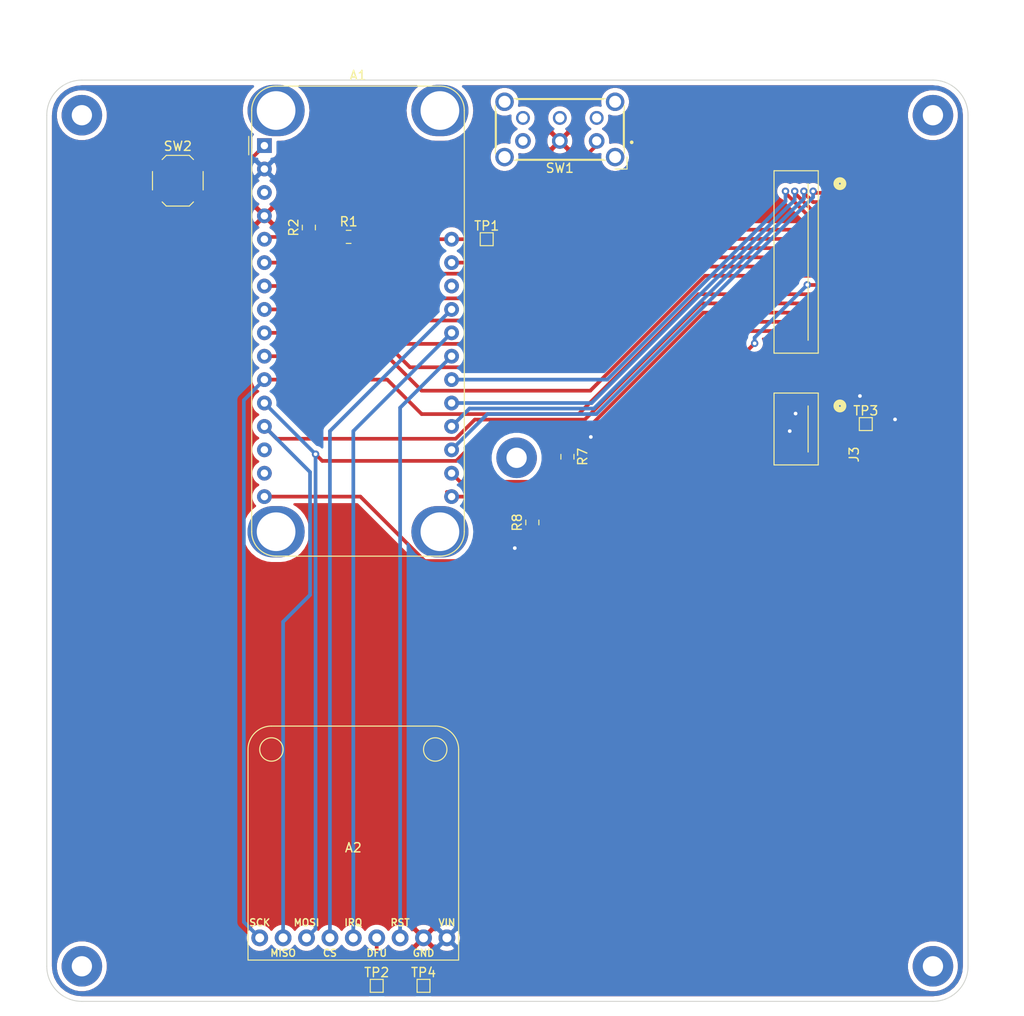
<source format=kicad_pcb>
(kicad_pcb (version 20171130) (host pcbnew "(5.1.6)-1")

  (general
    (thickness 1.6)
    (drawings 8)
    (tracks 155)
    (zones 0)
    (modules 20)
    (nets 36)
  )

  (page A4)
  (layers
    (0 F.Cu signal)
    (31 B.Cu signal)
    (32 B.Adhes user)
    (33 F.Adhes user)
    (34 B.Paste user)
    (35 F.Paste user)
    (36 B.SilkS user)
    (37 F.SilkS user)
    (38 B.Mask user)
    (39 F.Mask user)
    (40 Dwgs.User user)
    (41 Cmts.User user)
    (42 Eco1.User user)
    (43 Eco2.User user)
    (44 Edge.Cuts user)
    (45 Margin user)
    (46 B.CrtYd user)
    (47 F.CrtYd user)
    (48 B.Fab user)
    (49 F.Fab user)
  )

  (setup
    (last_trace_width 0.4)
    (user_trace_width 0.4)
    (trace_clearance 0.2)
    (zone_clearance 0.508)
    (zone_45_only no)
    (trace_min 0.2)
    (via_size 0.8)
    (via_drill 0.4)
    (via_min_size 0.4)
    (via_min_drill 0.3)
    (uvia_size 0.3)
    (uvia_drill 0.1)
    (uvias_allowed no)
    (uvia_min_size 0.2)
    (uvia_min_drill 0.1)
    (edge_width 0.1)
    (segment_width 0.2)
    (pcb_text_width 0.3)
    (pcb_text_size 1.5 1.5)
    (mod_edge_width 0.15)
    (mod_text_size 1 1)
    (mod_text_width 0.15)
    (pad_size 1.524 1.524)
    (pad_drill 0.762)
    (pad_to_mask_clearance 0)
    (aux_axis_origin 0 0)
    (visible_elements 7FFFFFFF)
    (pcbplotparams
      (layerselection 0x010fc_ffffffff)
      (usegerberextensions false)
      (usegerberattributes true)
      (usegerberadvancedattributes true)
      (creategerberjobfile true)
      (excludeedgelayer true)
      (linewidth 0.100000)
      (plotframeref false)
      (viasonmask false)
      (mode 1)
      (useauxorigin false)
      (hpglpennumber 1)
      (hpglpenspeed 20)
      (hpglpendiameter 15.000000)
      (psnegative false)
      (psa4output false)
      (plotreference true)
      (plotvalue true)
      (plotinvisibletext false)
      (padsonsilk false)
      (subtractmaskfromsilk false)
      (outputformat 1)
      (mirror false)
      (drillshape 1)
      (scaleselection 1)
      (outputdirectory ""))
  )

  (net 0 "")
  (net 1 SCL)
  (net 2 SDA)
  (net 3 GND)
  (net 4 BLE_IRQ)
  (net 5 BLE_CS)
  (net 6 SCK)
  (net 7 MISO)
  (net 8 MOSI)
  (net 9 BLE_RST)
  (net 10 BLE_DFU)
  (net 11 "Net-(A1-Pad3)")
  (net 12 +3V3)
  (net 13 +BATT)
  (net 14 "Net-(A1-Pad26)")
  (net 15 SPARE)
  (net 16 TX_MCU)
  (net 17 RX_MCU)
  (net 18 A5)
  (net 19 A4)
  (net 20 A3)
  (net 21 A2)
  (net 22 A1)
  (net 23 A0)
  (net 24 ~RESET)
  (net 25 EN)
  (net 26 D3)
  (net 27 D2)
  (net 28 D1)
  (net 29 D0)
  (net 30 "Net-(SW1-Pad3)")
  (net 31 "Net-(S1-PadS1)")
  (net 32 "Net-(S1-Pad6)")
  (net 33 "Net-(S1-Pad5)")
  (net 34 "Net-(S1-Pad4)")
  (net 35 "Net-(S1-Pad3)")

  (net_class Default "This is the default net class."
    (clearance 0.2)
    (trace_width 0.25)
    (via_dia 0.8)
    (via_drill 0.4)
    (uvia_dia 0.3)
    (uvia_drill 0.1)
    (add_net +3V3)
    (add_net +BATT)
    (add_net A0)
    (add_net A1)
    (add_net A2)
    (add_net A3)
    (add_net A4)
    (add_net A5)
    (add_net BLE_CS)
    (add_net BLE_DFU)
    (add_net BLE_IRQ)
    (add_net BLE_RST)
    (add_net D0)
    (add_net D1)
    (add_net D2)
    (add_net D3)
    (add_net EN)
    (add_net GND)
    (add_net MISO)
    (add_net MOSI)
    (add_net "Net-(A1-Pad26)")
    (add_net "Net-(A1-Pad3)")
    (add_net "Net-(S1-Pad3)")
    (add_net "Net-(S1-Pad4)")
    (add_net "Net-(S1-Pad5)")
    (add_net "Net-(S1-Pad6)")
    (add_net "Net-(S1-PadS1)")
    (add_net "Net-(SW1-Pad3)")
    (add_net RX_MCU)
    (add_net SCK)
    (add_net SCL)
    (add_net SDA)
    (add_net SPARE)
    (add_net TX_MCU)
    (add_net ~RESET)
  )

  (module Gigahawk:SW_EG2219 (layer F.Cu) (tedit 604206D4) (tstamp 6042AFA8)
    (at 59.69 6.604 180)
    (path /60578D98)
    (fp_text reference S1 (at -4.445 -5.715) (layer F.SilkS) hide
      (effects (font (size 1 1) (thickness 0.15)))
    )
    (fp_text value EG2219 (at -1.905 13.335) (layer F.Fab)
      (effects (font (size 1 1) (thickness 0.15)))
    )
    (fp_line (start -2.9 -2) (end -2.9 4.5) (layer F.Fab) (width 0.127))
    (fp_line (start -2.9 4.5) (end 10.9 4.5) (layer F.Fab) (width 0.127))
    (fp_line (start 10.9 4.5) (end 10.9 -2) (layer F.Fab) (width 0.127))
    (fp_line (start 10.9 -2) (end -2.9 -2) (layer F.Fab) (width 0.127))
    (fp_line (start -2.9 -0.68) (end -2.9 3.18) (layer F.SilkS) (width 0.127))
    (fp_line (start 8.705 -2) (end -0.705 -2) (layer F.SilkS) (width 0.127))
    (fp_line (start 10.9 3.18) (end 10.9 -0.68) (layer F.SilkS) (width 0.127))
    (fp_line (start -0.705 4.5) (end 8.705 4.5) (layer F.SilkS) (width 0.127))
    (fp_line (start 4.5 4.5) (end 4.5 13.5) (layer F.Fab) (width 0.127))
    (fp_line (start 4.5 13.5) (end -0.5 13.5) (layer F.Fab) (width 0.127))
    (fp_line (start -0.5 13.5) (end -0.5 4.5) (layer F.Fab) (width 0.127))
    (fp_line (start -3.225 -2.975) (end 11.225 -2.975) (layer F.CrtYd) (width 0.05))
    (fp_line (start 11.225 -2.975) (end 11.225 13.75) (layer F.CrtYd) (width 0.05))
    (fp_line (start 11.225 13.75) (end -3.225 13.75) (layer F.CrtYd) (width 0.05))
    (fp_line (start -3.225 13.75) (end -3.225 -2.975) (layer F.CrtYd) (width 0.05))
    (fp_circle (center -3.8 -0.15) (end -3.7 -0.15) (layer F.SilkS) (width 0.2))
    (fp_circle (center -3.8 -0.15) (end -3.7 -0.15) (layer F.Fab) (width 0.2))
    (pad S4 thru_hole circle (at 10 4.25 180) (size 1.95 1.95) (drill 1.3) (layers *.Cu *.Mask)
      (net 31 "Net-(S1-PadS1)"))
    (pad S3 thru_hole circle (at -2 4.25 180) (size 1.95 1.95) (drill 1.3) (layers *.Cu *.Mask)
      (net 31 "Net-(S1-PadS1)"))
    (pad S2 thru_hole circle (at 10 -1.75 180) (size 1.95 1.95) (drill 1.3) (layers *.Cu *.Mask)
      (net 31 "Net-(S1-PadS1)"))
    (pad S1 thru_hole circle (at -2 -1.75 180) (size 1.95 1.95) (drill 1.3) (layers *.Cu *.Mask)
      (net 31 "Net-(S1-PadS1)"))
    (pad 6 thru_hole circle (at 8 2.5 180) (size 1.508 1.508) (drill 1) (layers *.Cu *.Mask)
      (net 32 "Net-(S1-Pad6)"))
    (pad 5 thru_hole circle (at 4 2.5 180) (size 1.508 1.508) (drill 1) (layers *.Cu *.Mask)
      (net 33 "Net-(S1-Pad5)"))
    (pad 4 thru_hole circle (at 0 2.5 180) (size 1.508 1.508) (drill 1) (layers *.Cu *.Mask)
      (net 34 "Net-(S1-Pad4)"))
    (pad 3 thru_hole circle (at 8 0 180) (size 1.508 1.508) (drill 1) (layers *.Cu *.Mask)
      (net 35 "Net-(S1-Pad3)"))
    (pad 1 thru_hole circle (at 0 0 180) (size 1.508 1.508) (drill 1) (layers *.Cu *.Mask)
      (net 25 EN))
    (pad 2 thru_hole circle (at 4 0 180) (size 1.508 1.508) (drill 1) (layers *.Cu *.Mask)
      (net 3 GND))
  )

  (module Gigahawk:DOT (layer F.Cu) (tedit 5FF82A75) (tstamp 60428773)
    (at 85.09 39.37)
    (path /60566472/5FFBBC88)
    (fp_text reference H6 (at 0.635 -1.905) (layer F.Fab)
      (effects (font (size 1 1) (thickness 0.15)))
    )
    (fp_text value "ConnectorPos(85.09,39.37)" (at 0 -0.635) (layer F.Fab)
      (effects (font (size 1 1) (thickness 0.15)))
    )
    (fp_circle (center 0 0) (end 0.127 0) (layer F.Fab) (width 0.12))
  )

  (module MountingHole:MountingHole_2.2mm_M2_Pad (layer F.Cu) (tedit 56D1B4CB) (tstamp 604287BA)
    (at 51 41)
    (descr "Mounting Hole 2.2mm, M2")
    (tags "mounting hole 2.2mm m2")
    (path /60566472/5FFAE861)
    (attr virtual)
    (fp_text reference H5 (at 0 -3.2) (layer F.SilkS) hide
      (effects (font (size 1 1) (thickness 0.15)))
    )
    (fp_text value "Center(51,41)" (at 0 3.2) (layer F.Fab)
      (effects (font (size 1 1) (thickness 0.15)))
    )
    (fp_circle (center 0 0) (end 2.45 0) (layer F.CrtYd) (width 0.05))
    (fp_circle (center 0 0) (end 2.2 0) (layer Cmts.User) (width 0.15))
    (fp_text user %R (at 0.3 0) (layer F.Fab)
      (effects (font (size 1 1) (thickness 0.15)))
    )
    (pad 1 thru_hole circle (at 0 0) (size 4.4 4.4) (drill 2.2) (layers *.Cu *.Mask))
  )

  (module MountingHole:MountingHole_2.2mm_M2_Pad (layer F.Cu) (tedit 56D1B4CB) (tstamp 60428374)
    (at 96.19 96.19)
    (descr "Mounting Hole 2.2mm, M2")
    (tags "mounting hole 2.2mm m2")
    (path /60566472/5FFAE6C8)
    (attr virtual)
    (fp_text reference H4 (at 0 -3.2) (layer F.SilkS) hide
      (effects (font (size 1 1) (thickness 0.15)))
    )
    (fp_text value "BottomRight(96.19,96.19)" (at 0 3.2) (layer F.Fab)
      (effects (font (size 1 1) (thickness 0.15)))
    )
    (fp_circle (center 0 0) (end 2.45 0) (layer F.CrtYd) (width 0.05))
    (fp_circle (center 0 0) (end 2.2 0) (layer Cmts.User) (width 0.15))
    (fp_text user %R (at 0.3 0) (layer F.Fab)
      (effects (font (size 1 1) (thickness 0.15)))
    )
    (pad 1 thru_hole circle (at 0 0) (size 4.4 4.4) (drill 2.2) (layers *.Cu *.Mask))
  )

  (module MountingHole:MountingHole_2.2mm_M2_Pad (layer F.Cu) (tedit 56D1B4CB) (tstamp 6042836C)
    (at 3.81 96.19)
    (descr "Mounting Hole 2.2mm, M2")
    (tags "mounting hole 2.2mm m2")
    (path /60566472/5FFAE5EB)
    (attr virtual)
    (fp_text reference H3 (at 0 -3.2) (layer F.SilkS) hide
      (effects (font (size 1 1) (thickness 0.15)))
    )
    (fp_text value "BottomLeft(3.81,96.19)" (at 0 3.2) (layer F.Fab)
      (effects (font (size 1 1) (thickness 0.15)))
    )
    (fp_circle (center 0 0) (end 2.45 0) (layer F.CrtYd) (width 0.05))
    (fp_circle (center 0 0) (end 2.2 0) (layer Cmts.User) (width 0.15))
    (fp_text user %R (at 0.3 0) (layer F.Fab)
      (effects (font (size 1 1) (thickness 0.15)))
    )
    (pad 1 thru_hole circle (at 0 0) (size 4.4 4.4) (drill 2.2) (layers *.Cu *.Mask))
  )

  (module MountingHole:MountingHole_2.2mm_M2_Pad (layer F.Cu) (tedit 56D1B4CB) (tstamp 60428364)
    (at 96.19 3.81)
    (descr "Mounting Hole 2.2mm, M2")
    (tags "mounting hole 2.2mm m2")
    (path /60566472/5FFAE3B5)
    (attr virtual)
    (fp_text reference H2 (at 0 -3.2) (layer F.SilkS) hide
      (effects (font (size 1 1) (thickness 0.15)))
    )
    (fp_text value "TopRight(96.19,3.81)" (at 0 3.2) (layer F.Fab)
      (effects (font (size 1 1) (thickness 0.15)))
    )
    (fp_circle (center 0 0) (end 2.45 0) (layer F.CrtYd) (width 0.05))
    (fp_circle (center 0 0) (end 2.2 0) (layer Cmts.User) (width 0.15))
    (fp_text user %R (at 0.3 0) (layer F.Fab)
      (effects (font (size 1 1) (thickness 0.15)))
    )
    (pad 1 thru_hole circle (at 0 0) (size 4.4 4.4) (drill 2.2) (layers *.Cu *.Mask))
  )

  (module MountingHole:MountingHole_2.2mm_M2_Pad (layer F.Cu) (tedit 56D1B4CB) (tstamp 6042835C)
    (at 3.81 3.81)
    (descr "Mounting Hole 2.2mm, M2")
    (tags "mounting hole 2.2mm m2")
    (path /60566472/5FFAE0B8)
    (attr virtual)
    (fp_text reference H1 (at 0 -3.2) (layer F.SilkS) hide
      (effects (font (size 1 1) (thickness 0.15)))
    )
    (fp_text value "TopLeft(3.81,3.81)" (at 0 3.2) (layer F.Fab)
      (effects (font (size 1 1) (thickness 0.15)))
    )
    (fp_circle (center 0 0) (end 2.45 0) (layer F.CrtYd) (width 0.05))
    (fp_circle (center 0 0) (end 2.2 0) (layer Cmts.User) (width 0.15))
    (fp_text user %R (at 0.3 0) (layer F.Fab)
      (effects (font (size 1 1) (thickness 0.15)))
    )
    (pad 1 thru_hole circle (at 0 0) (size 4.4 4.4) (drill 2.2) (layers *.Cu *.Mask))
  )

  (module TestPoint:TestPoint_Pad_1.0x1.0mm (layer F.Cu) (tedit 5A0F774F) (tstamp 604DDE1F)
    (at 40.894 98.312)
    (descr "SMD rectangular pad as test Point, square 1.0mm side length")
    (tags "test point SMD pad rectangle square")
    (path /5FF53271/60561683)
    (attr virtual)
    (fp_text reference TP4 (at 0 -1.448) (layer F.SilkS)
      (effects (font (size 1 1) (thickness 0.15)))
    )
    (fp_text value TestPoint (at 0 1.55) (layer F.Fab)
      (effects (font (size 1 1) (thickness 0.15)))
    )
    (fp_line (start 1 1) (end -1 1) (layer F.CrtYd) (width 0.05))
    (fp_line (start 1 1) (end 1 -1) (layer F.CrtYd) (width 0.05))
    (fp_line (start -1 -1) (end -1 1) (layer F.CrtYd) (width 0.05))
    (fp_line (start -1 -1) (end 1 -1) (layer F.CrtYd) (width 0.05))
    (fp_line (start -0.7 0.7) (end -0.7 -0.7) (layer F.SilkS) (width 0.12))
    (fp_line (start 0.7 0.7) (end -0.7 0.7) (layer F.SilkS) (width 0.12))
    (fp_line (start 0.7 -0.7) (end 0.7 0.7) (layer F.SilkS) (width 0.12))
    (fp_line (start -0.7 -0.7) (end 0.7 -0.7) (layer F.SilkS) (width 0.12))
    (fp_text user %R (at 0 -1.45) (layer F.Fab)
      (effects (font (size 1 1) (thickness 0.15)))
    )
    (pad 1 smd rect (at 0 0) (size 1 1) (layers F.Cu F.Mask)
      (net 3 GND))
  )

  (module TestPoint:TestPoint_Pad_1.0x1.0mm (layer F.Cu) (tedit 5A0F774F) (tstamp 6042B8F2)
    (at 88.9 37.338)
    (descr "SMD rectangular pad as test Point, square 1.0mm side length")
    (tags "test point SMD pad rectangle square")
    (path /5FF53271/6046764D)
    (attr virtual)
    (fp_text reference TP3 (at 0 -1.448) (layer F.SilkS)
      (effects (font (size 1 1) (thickness 0.15)))
    )
    (fp_text value TestPoint (at 0 1.55) (layer F.Fab)
      (effects (font (size 1 1) (thickness 0.15)))
    )
    (fp_line (start 1 1) (end -1 1) (layer F.CrtYd) (width 0.05))
    (fp_line (start 1 1) (end 1 -1) (layer F.CrtYd) (width 0.05))
    (fp_line (start -1 -1) (end -1 1) (layer F.CrtYd) (width 0.05))
    (fp_line (start -1 -1) (end 1 -1) (layer F.CrtYd) (width 0.05))
    (fp_line (start -0.7 0.7) (end -0.7 -0.7) (layer F.SilkS) (width 0.12))
    (fp_line (start 0.7 0.7) (end -0.7 0.7) (layer F.SilkS) (width 0.12))
    (fp_line (start 0.7 -0.7) (end 0.7 0.7) (layer F.SilkS) (width 0.12))
    (fp_line (start -0.7 -0.7) (end 0.7 -0.7) (layer F.SilkS) (width 0.12))
    (fp_text user %R (at 0 -1.45) (layer F.Fab)
      (effects (font (size 1 1) (thickness 0.15)))
    )
    (pad 1 smd rect (at 0 0) (size 1 1) (layers F.Cu F.Mask)
      (net 12 +3V3))
  )

  (module TestPoint:TestPoint_Pad_1.0x1.0mm (layer F.Cu) (tedit 5A0F774F) (tstamp 604DDE46)
    (at 35.814 98.312)
    (descr "SMD rectangular pad as test Point, square 1.0mm side length")
    (tags "test point SMD pad rectangle square")
    (path /5FF53271/6045D861)
    (attr virtual)
    (fp_text reference TP2 (at 0 -1.448) (layer F.SilkS)
      (effects (font (size 1 1) (thickness 0.15)))
    )
    (fp_text value TestPoint (at 0 1.55) (layer F.Fab)
      (effects (font (size 1 1) (thickness 0.15)))
    )
    (fp_line (start 1 1) (end -1 1) (layer F.CrtYd) (width 0.05))
    (fp_line (start 1 1) (end 1 -1) (layer F.CrtYd) (width 0.05))
    (fp_line (start -1 -1) (end -1 1) (layer F.CrtYd) (width 0.05))
    (fp_line (start -1 -1) (end 1 -1) (layer F.CrtYd) (width 0.05))
    (fp_line (start -0.7 0.7) (end -0.7 -0.7) (layer F.SilkS) (width 0.12))
    (fp_line (start 0.7 0.7) (end -0.7 0.7) (layer F.SilkS) (width 0.12))
    (fp_line (start 0.7 -0.7) (end 0.7 0.7) (layer F.SilkS) (width 0.12))
    (fp_line (start -0.7 -0.7) (end 0.7 -0.7) (layer F.SilkS) (width 0.12))
    (fp_text user %R (at 0 -1.45) (layer F.Fab)
      (effects (font (size 1 1) (thickness 0.15)))
    )
    (pad 1 smd rect (at 0 0) (size 1 1) (layers F.Cu F.Mask)
      (net 10 BLE_DFU))
  )

  (module TestPoint:TestPoint_Pad_1.0x1.0mm (layer F.Cu) (tedit 5A0F774F) (tstamp 60427D9C)
    (at 47.752 17.272)
    (descr "SMD rectangular pad as test Point, square 1.0mm side length")
    (tags "test point SMD pad rectangle square")
    (path /5FF53271/6046442D)
    (attr virtual)
    (fp_text reference TP1 (at 0 -1.448) (layer F.SilkS)
      (effects (font (size 1 1) (thickness 0.15)))
    )
    (fp_text value TestPoint (at 0 1.55) (layer F.Fab)
      (effects (font (size 1 1) (thickness 0.15)))
    )
    (fp_line (start 1 1) (end -1 1) (layer F.CrtYd) (width 0.05))
    (fp_line (start 1 1) (end 1 -1) (layer F.CrtYd) (width 0.05))
    (fp_line (start -1 -1) (end -1 1) (layer F.CrtYd) (width 0.05))
    (fp_line (start -1 -1) (end 1 -1) (layer F.CrtYd) (width 0.05))
    (fp_line (start -0.7 0.7) (end -0.7 -0.7) (layer F.SilkS) (width 0.12))
    (fp_line (start 0.7 0.7) (end -0.7 0.7) (layer F.SilkS) (width 0.12))
    (fp_line (start 0.7 -0.7) (end 0.7 0.7) (layer F.SilkS) (width 0.12))
    (fp_line (start -0.7 -0.7) (end 0.7 -0.7) (layer F.SilkS) (width 0.12))
    (fp_text user %R (at 0 -1.45) (layer F.Fab)
      (effects (font (size 1 1) (thickness 0.15)))
    )
    (pad 1 smd rect (at 0 0) (size 1 1) (layers F.Cu F.Mask)
      (net 13 +BATT))
  )

  (module Button_Switch_SMD:SW_SPST_TL3342 (layer F.Cu) (tedit 5A02FC95) (tstamp 60427D8E)
    (at 14.224 10.922)
    (descr "Low-profile SMD Tactile Switch, https://www.e-switch.com/system/asset/product_line/data_sheet/165/TL3342.pdf")
    (tags "SPST Tactile Switch")
    (path /5FF53271/6043A24B)
    (attr smd)
    (fp_text reference SW2 (at 0 -3.75) (layer F.SilkS)
      (effects (font (size 1 1) (thickness 0.15)))
    )
    (fp_text value SW_Push (at 0 3.75) (layer F.Fab)
      (effects (font (size 1 1) (thickness 0.15)))
    )
    (fp_circle (center 0 0) (end 1 0) (layer F.Fab) (width 0.1))
    (fp_line (start -4.25 3) (end -4.25 -3) (layer F.CrtYd) (width 0.05))
    (fp_line (start 4.25 3) (end -4.25 3) (layer F.CrtYd) (width 0.05))
    (fp_line (start 4.25 -3) (end 4.25 3) (layer F.CrtYd) (width 0.05))
    (fp_line (start -4.25 -3) (end 4.25 -3) (layer F.CrtYd) (width 0.05))
    (fp_line (start -1.2 -2.6) (end -2.6 -1.2) (layer F.Fab) (width 0.1))
    (fp_line (start 1.2 -2.6) (end -1.2 -2.6) (layer F.Fab) (width 0.1))
    (fp_line (start 2.6 -1.2) (end 1.2 -2.6) (layer F.Fab) (width 0.1))
    (fp_line (start 2.6 1.2) (end 2.6 -1.2) (layer F.Fab) (width 0.1))
    (fp_line (start 1.2 2.6) (end 2.6 1.2) (layer F.Fab) (width 0.1))
    (fp_line (start -1.2 2.6) (end 1.2 2.6) (layer F.Fab) (width 0.1))
    (fp_line (start -2.6 1.2) (end -1.2 2.6) (layer F.Fab) (width 0.1))
    (fp_line (start -2.6 -1.2) (end -2.6 1.2) (layer F.Fab) (width 0.1))
    (fp_line (start -1.25 -2.75) (end 1.25 -2.75) (layer F.SilkS) (width 0.12))
    (fp_line (start -2.75 -1) (end -2.75 1) (layer F.SilkS) (width 0.12))
    (fp_line (start -1.25 2.75) (end 1.25 2.75) (layer F.SilkS) (width 0.12))
    (fp_line (start 2.75 -1) (end 2.75 1) (layer F.SilkS) (width 0.12))
    (fp_line (start -2 1) (end -2 -1) (layer F.Fab) (width 0.1))
    (fp_line (start -1 2) (end -2 1) (layer F.Fab) (width 0.1))
    (fp_line (start 1 2) (end -1 2) (layer F.Fab) (width 0.1))
    (fp_line (start 2 1) (end 1 2) (layer F.Fab) (width 0.1))
    (fp_line (start 2 -1) (end 2 1) (layer F.Fab) (width 0.1))
    (fp_line (start 1 -2) (end 2 -1) (layer F.Fab) (width 0.1))
    (fp_line (start -1 -2) (end 1 -2) (layer F.Fab) (width 0.1))
    (fp_line (start -2 -1) (end -1 -2) (layer F.Fab) (width 0.1))
    (fp_line (start -1.7 -2.3) (end -1.25 -2.75) (layer F.SilkS) (width 0.12))
    (fp_line (start 1.7 -2.3) (end 1.25 -2.75) (layer F.SilkS) (width 0.12))
    (fp_line (start 1.7 2.3) (end 1.25 2.75) (layer F.SilkS) (width 0.12))
    (fp_line (start -1.7 2.3) (end -1.25 2.75) (layer F.SilkS) (width 0.12))
    (fp_line (start 3.2 1.6) (end 2.2 1.6) (layer F.Fab) (width 0.1))
    (fp_line (start 2.7 2.1) (end 2.7 1.6) (layer F.Fab) (width 0.1))
    (fp_line (start 1.7 2.1) (end 3.2 2.1) (layer F.Fab) (width 0.1))
    (fp_line (start -1.7 2.1) (end -3.2 2.1) (layer F.Fab) (width 0.1))
    (fp_line (start -3.2 1.6) (end -2.2 1.6) (layer F.Fab) (width 0.1))
    (fp_line (start -2.7 2.1) (end -2.7 1.6) (layer F.Fab) (width 0.1))
    (fp_line (start -3.2 -1.6) (end -2.2 -1.6) (layer F.Fab) (width 0.1))
    (fp_line (start -1.7 -2.1) (end -3.2 -2.1) (layer F.Fab) (width 0.1))
    (fp_line (start -2.7 -2.1) (end -2.7 -1.6) (layer F.Fab) (width 0.1))
    (fp_line (start 3.2 -1.6) (end 2.2 -1.6) (layer F.Fab) (width 0.1))
    (fp_line (start 1.7 -2.1) (end 3.2 -2.1) (layer F.Fab) (width 0.1))
    (fp_line (start 2.7 -2.1) (end 2.7 -1.6) (layer F.Fab) (width 0.1))
    (fp_line (start -3.2 -2.1) (end -3.2 -1.6) (layer F.Fab) (width 0.1))
    (fp_line (start -3.2 2.1) (end -3.2 1.6) (layer F.Fab) (width 0.1))
    (fp_line (start 3.2 -2.1) (end 3.2 -1.6) (layer F.Fab) (width 0.1))
    (fp_line (start 3.2 2.1) (end 3.2 1.6) (layer F.Fab) (width 0.1))
    (fp_text user %R (at 0 -3.75) (layer F.Fab)
      (effects (font (size 1 1) (thickness 0.15)))
    )
    (pad 2 smd rect (at 3.15 1.9) (size 1.7 1) (layers F.Cu F.Paste F.Mask)
      (net 3 GND))
    (pad 2 smd rect (at -3.15 1.9) (size 1.7 1) (layers F.Cu F.Paste F.Mask)
      (net 3 GND))
    (pad 1 smd rect (at 3.15 -1.9) (size 1.7 1) (layers F.Cu F.Paste F.Mask)
      (net 24 ~RESET))
    (pad 1 smd rect (at -3.15 -1.9) (size 1.7 1) (layers F.Cu F.Paste F.Mask)
      (net 24 ~RESET))
    (model ${KISYS3DMOD}/Button_Switch_SMD.3dshapes/SW_SPST_TL3342.wrl
      (at (xyz 0 0 0))
      (scale (xyz 1 1 1))
      (rotate (xyz 0 0 0))
    )
  )

  (module Button_Switch_THT:SW_E-Switch_EG1224_SPDT_Angled (layer F.Cu) (tedit 5A02FE31) (tstamp 6042B005)
    (at 59.69 6.604 180)
    (descr "E-Switch slide switch, EG series, SPDT, right angle, http://spec_sheets.e-switch.com/specs/P040042.pdf")
    (tags "switch SPDT")
    (path /5FF53271/6042EEE6)
    (fp_text reference SW1 (at 4 -2.95) (layer F.SilkS)
      (effects (font (size 1 1) (thickness 0.15)))
    )
    (fp_text value SW_SPDT (at 4 14.45) (layer F.Fab)
      (effects (font (size 1 1) (thickness 0.15)))
    )
    (fp_line (start -1.9 -2) (end 10.9 -2) (layer F.Fab) (width 0.1))
    (fp_line (start 10.9 -2) (end 10.9 4.5) (layer F.Fab) (width 0.1))
    (fp_line (start 10.9 4.5) (end -2.9 4.5) (layer F.Fab) (width 0.1))
    (fp_line (start -2.9 4.5) (end -2.9 -1) (layer F.Fab) (width 0.1))
    (fp_line (start 4.5 4.5) (end 4.5 13.5) (layer F.Fab) (width 0.1))
    (fp_line (start 4.5 13.5) (end -0.5 13.5) (layer F.Fab) (width 0.1))
    (fp_line (start -0.5 13.5) (end -0.5 4.5) (layer F.Fab) (width 0.1))
    (fp_line (start 11 -1.35) (end 11 3.85) (layer F.SilkS) (width 0.12))
    (fp_line (start -3 3.85) (end -3 -1.35) (layer F.SilkS) (width 0.12))
    (fp_line (start -0.95 -2.1) (end 8.95 -2.1) (layer F.SilkS) (width 0.12))
    (fp_line (start 8.95 4.6) (end -0.95 4.6) (layer F.SilkS) (width 0.12))
    (fp_line (start -3.25 -3) (end 11.25 -3) (layer F.CrtYd) (width 0.05))
    (fp_line (start 11.25 -3) (end 11.25 5.5) (layer F.CrtYd) (width 0.05))
    (fp_line (start 11.25 5.5) (end 8.75 5.5) (layer F.CrtYd) (width 0.05))
    (fp_line (start 8.75 5.5) (end 8.75 13.75) (layer F.CrtYd) (width 0.05))
    (fp_line (start 8.75 13.75) (end -0.75 13.75) (layer F.CrtYd) (width 0.05))
    (fp_line (start -0.75 13.75) (end -0.75 5.5) (layer F.CrtYd) (width 0.05))
    (fp_line (start -0.75 5.5) (end -3.25 5.5) (layer F.CrtYd) (width 0.05))
    (fp_line (start -3.25 5.5) (end -3.25 -3) (layer F.CrtYd) (width 0.05))
    (fp_line (start -1.9 -2) (end -2.9 -1) (layer F.Fab) (width 0.1))
    (fp_line (start -3.3 -1.75) (end -3.3 -3.05) (layer F.SilkS) (width 0.12))
    (fp_line (start -3.3 -3.05) (end -2 -3.05) (layer F.SilkS) (width 0.12))
    (fp_text user %R (at 4 1.25) (layer F.Fab)
      (effects (font (size 1 1) (thickness 0.1)))
    )
    (pad 3 thru_hole circle (at 8 0 180) (size 1.7 1.7) (drill 0.9) (layers *.Cu *.Mask)
      (net 30 "Net-(SW1-Pad3)"))
    (pad 2 thru_hole circle (at 4 0 180) (size 1.7 1.7) (drill 0.9) (layers *.Cu *.Mask)
      (net 3 GND))
    (pad 1 thru_hole circle (at 0 0 180) (size 1.7 1.7) (drill 0.9) (layers *.Cu *.Mask)
      (net 25 EN))
    (pad "" thru_hole circle (at -2 4.25 180) (size 2 2) (drill 1.2) (layers *.Cu *.Mask))
    (pad "" thru_hole circle (at 10 4.25 180) (size 2 2) (drill 1.2) (layers *.Cu *.Mask))
    (pad "" thru_hole circle (at 10 -1.75 180) (size 2 2) (drill 1.2) (layers *.Cu *.Mask))
    (pad "" thru_hole circle (at -2 -1.75 180) (size 2 2) (drill 1.2) (layers *.Cu *.Mask))
    (model ${KISYS3DMOD}/Button_Switch_THT.3dshapes/SW_E-Switch_EG1224_SPDT_Angled.wrl
      (at (xyz 0 0 0))
      (scale (xyz 1 1 1))
      (rotate (xyz 0 0 0))
    )
  )

  (module Resistor_SMD:R_0805_2012Metric_Pad1.15x1.40mm_HandSolder (layer F.Cu) (tedit 5B36C52B) (tstamp 6040E03E)
    (at 28.448 16.002 90)
    (descr "Resistor SMD 0805 (2012 Metric), square (rectangular) end terminal, IPC_7351 nominal with elongated pad for handsoldering. (Body size source: https://docs.google.com/spreadsheets/d/1BsfQQcO9C6DZCsRaXUlFlo91Tg2WpOkGARC1WS5S8t0/edit?usp=sharing), generated with kicad-footprint-generator")
    (tags "resistor handsolder")
    (path /5FF53271/60423E6A)
    (attr smd)
    (fp_text reference R2 (at 0 -1.65 90) (layer F.SilkS)
      (effects (font (size 1 1) (thickness 0.15)))
    )
    (fp_text value 100k (at 0 1.65 90) (layer F.Fab)
      (effects (font (size 1 1) (thickness 0.15)))
    )
    (fp_line (start 1.85 0.95) (end -1.85 0.95) (layer F.CrtYd) (width 0.05))
    (fp_line (start 1.85 -0.95) (end 1.85 0.95) (layer F.CrtYd) (width 0.05))
    (fp_line (start -1.85 -0.95) (end 1.85 -0.95) (layer F.CrtYd) (width 0.05))
    (fp_line (start -1.85 0.95) (end -1.85 -0.95) (layer F.CrtYd) (width 0.05))
    (fp_line (start -0.261252 0.71) (end 0.261252 0.71) (layer F.SilkS) (width 0.12))
    (fp_line (start -0.261252 -0.71) (end 0.261252 -0.71) (layer F.SilkS) (width 0.12))
    (fp_line (start 1 0.6) (end -1 0.6) (layer F.Fab) (width 0.1))
    (fp_line (start 1 -0.6) (end 1 0.6) (layer F.Fab) (width 0.1))
    (fp_line (start -1 -0.6) (end 1 -0.6) (layer F.Fab) (width 0.1))
    (fp_line (start -1 0.6) (end -1 -0.6) (layer F.Fab) (width 0.1))
    (fp_text user %R (at 0 0 90) (layer F.Fab)
      (effects (font (size 0.5 0.5) (thickness 0.08)))
    )
    (pad 2 smd roundrect (at 1.025 0 90) (size 1.15 1.4) (layers F.Cu F.Paste F.Mask) (roundrect_rratio 0.217391)
      (net 3 GND))
    (pad 1 smd roundrect (at -1.025 0 90) (size 1.15 1.4) (layers F.Cu F.Paste F.Mask) (roundrect_rratio 0.217391)
      (net 23 A0))
    (model ${KISYS3DMOD}/Resistor_SMD.3dshapes/R_0805_2012Metric.wrl
      (at (xyz 0 0 0))
      (scale (xyz 1 1 1))
      (rotate (xyz 0 0 0))
    )
  )

  (module Resistor_SMD:R_0805_2012Metric_Pad1.15x1.40mm_HandSolder (layer F.Cu) (tedit 5B36C52B) (tstamp 6040E02D)
    (at 32.766 17.018)
    (descr "Resistor SMD 0805 (2012 Metric), square (rectangular) end terminal, IPC_7351 nominal with elongated pad for handsoldering. (Body size source: https://docs.google.com/spreadsheets/d/1BsfQQcO9C6DZCsRaXUlFlo91Tg2WpOkGARC1WS5S8t0/edit?usp=sharing), generated with kicad-footprint-generator")
    (tags "resistor handsolder")
    (path /5FF53271/604237C1)
    (attr smd)
    (fp_text reference R1 (at 0 -1.65) (layer F.SilkS)
      (effects (font (size 1 1) (thickness 0.15)))
    )
    (fp_text value 100k (at 0 1.65) (layer F.Fab)
      (effects (font (size 1 1) (thickness 0.15)))
    )
    (fp_line (start 1.85 0.95) (end -1.85 0.95) (layer F.CrtYd) (width 0.05))
    (fp_line (start 1.85 -0.95) (end 1.85 0.95) (layer F.CrtYd) (width 0.05))
    (fp_line (start -1.85 -0.95) (end 1.85 -0.95) (layer F.CrtYd) (width 0.05))
    (fp_line (start -1.85 0.95) (end -1.85 -0.95) (layer F.CrtYd) (width 0.05))
    (fp_line (start -0.261252 0.71) (end 0.261252 0.71) (layer F.SilkS) (width 0.12))
    (fp_line (start -0.261252 -0.71) (end 0.261252 -0.71) (layer F.SilkS) (width 0.12))
    (fp_line (start 1 0.6) (end -1 0.6) (layer F.Fab) (width 0.1))
    (fp_line (start 1 -0.6) (end 1 0.6) (layer F.Fab) (width 0.1))
    (fp_line (start -1 -0.6) (end 1 -0.6) (layer F.Fab) (width 0.1))
    (fp_line (start -1 0.6) (end -1 -0.6) (layer F.Fab) (width 0.1))
    (fp_text user %R (at 0 0) (layer F.Fab)
      (effects (font (size 0.5 0.5) (thickness 0.08)))
    )
    (pad 2 smd roundrect (at 1.025 0) (size 1.15 1.4) (layers F.Cu F.Paste F.Mask) (roundrect_rratio 0.217391)
      (net 13 +BATT))
    (pad 1 smd roundrect (at -1.025 0) (size 1.15 1.4) (layers F.Cu F.Paste F.Mask) (roundrect_rratio 0.217391)
      (net 23 A0))
    (model ${KISYS3DMOD}/Resistor_SMD.3dshapes/R_0805_2012Metric.wrl
      (at (xyz 0 0 0))
      (scale (xyz 1 1 1))
      (rotate (xyz 0 0 0))
    )
  )

  (module Gigahawk:Adafruit_Feather_LowProfileSocket (layer F.Cu) (tedit 6040B23C) (tstamp 6042B209)
    (at 23.622 7.112)
    (descr "Common footprint for the Adafruit Feather series of boards, https://learn.adafruit.com/adafruit-feather/feather-specification")
    (tags "Adafruit Feather")
    (path /5FF53271/604181A6)
    (fp_text reference A1 (at 10.16 -7.62) (layer F.SilkS)
      (effects (font (size 1 1) (thickness 0.15)))
    )
    (fp_text value Adafruit_Feather_Generic (at 10.16 45.72 180) (layer F.Fab)
      (effects (font (size 1 1) (thickness 0.15)))
    )
    (fp_line (start -0.381 0) (end -1.27 0.889) (layer F.Fab) (width 0.1))
    (fp_line (start -1.27 -0.889) (end -0.381 0) (layer F.Fab) (width 0.1))
    (fp_line (start -1.7 1) (end -1.7 -1) (layer F.SilkS) (width 0.12))
    (fp_line (start 19.05 -6.6) (end 1.27 -6.6) (layer F.CrtYd) (width 0.05))
    (fp_line (start 21.59 41.91) (end 21.59 -3.81) (layer F.Fab) (width 0.1))
    (fp_line (start 1.27 44.45) (end 19.05 44.45) (layer F.Fab) (width 0.1))
    (fp_line (start -1.27 -3.81) (end -1.27 41.91) (layer F.Fab) (width 0.1))
    (fp_line (start 19.05 -6.35) (end 1.27 -6.35) (layer F.Fab) (width 0.1))
    (fp_line (start -1.38 -3.81) (end -1.38 41.91) (layer F.SilkS) (width 0.12))
    (fp_line (start 21.7 -3.81) (end 21.7 41.91) (layer F.SilkS) (width 0.12))
    (fp_line (start 19.05 44.56) (end 1.27 44.56) (layer F.SilkS) (width 0.12))
    (fp_line (start 19.05 -6.46) (end 1.27 -6.46) (layer F.SilkS) (width 0.12))
    (fp_line (start -1.52 41.91) (end -1.52 -3.81) (layer F.CrtYd) (width 0.05))
    (fp_line (start 19.05 44.7) (end 1.27 44.7) (layer F.CrtYd) (width 0.05))
    (fp_line (start 21.84 41.91) (end 21.84 -3.81) (layer F.CrtYd) (width 0.05))
    (fp_arc (start 19.05 -3.81) (end 21.84 -3.81) (angle -90) (layer F.CrtYd) (width 0.05))
    (fp_arc (start 1.27 -3.81) (end 1.27 -6.6) (angle -90) (layer F.CrtYd) (width 0.05))
    (fp_arc (start 19.05 41.91) (end 21.59 41.91) (angle 90) (layer F.Fab) (width 0.1))
    (fp_arc (start 1.27 41.91) (end -1.27 41.91) (angle -88.9) (layer F.Fab) (width 0.1))
    (fp_arc (start 1.27 -3.81) (end -1.27 -3.81) (angle 90) (layer F.Fab) (width 0.1))
    (fp_arc (start 19.05 -3.81) (end 19.05 -6.35) (angle 90) (layer F.Fab) (width 0.1))
    (fp_arc (start 1.27 41.91) (end -1.38 41.91) (angle -90) (layer F.SilkS) (width 0.12))
    (fp_arc (start 19.05 41.91) (end 19.05 44.56) (angle -90) (layer F.SilkS) (width 0.12))
    (fp_arc (start 1.27 -3.81) (end 1.27 -6.46) (angle -90) (layer F.SilkS) (width 0.12))
    (fp_arc (start 19.05 -3.81) (end 21.7 -3.81) (angle -90) (layer F.SilkS) (width 0.12))
    (fp_arc (start 1.27 41.91) (end -1.52 41.91) (angle -90) (layer F.CrtYd) (width 0.05))
    (fp_arc (start 19.05 41.91) (end 19.05 44.7) (angle -90) (layer F.CrtYd) (width 0.05))
    (fp_text user %R (at 10.16 19.05 180) (layer F.Fab)
      (effects (font (size 1 1) (thickness 0.15)))
    )
    (pad 16 thru_hole circle (at 0 38.1 180) (size 1.6 1.6) (drill 0.8) (layers *.Cu *.Mask)
      (net 15 SPARE))
    (pad 15 thru_hole circle (at 0 35.56 180) (size 1.6 1.6) (drill 0.8) (layers *.Cu *.Mask)
      (net 16 TX_MCU))
    (pad 14 thru_hole circle (at 0 33.02 180) (size 1.6 1.6) (drill 0.8) (layers *.Cu *.Mask)
      (net 17 RX_MCU))
    (pad 13 thru_hole circle (at 0 30.48 180) (size 1.6 1.6) (drill 0.8) (layers *.Cu *.Mask)
      (net 7 MISO))
    (pad 12 thru_hole circle (at 0 27.94 180) (size 1.6 1.6) (drill 0.8) (layers *.Cu *.Mask)
      (net 8 MOSI))
    (pad 11 thru_hole circle (at 0 25.4 180) (size 1.6 1.6) (drill 0.8) (layers *.Cu *.Mask)
      (net 6 SCK))
    (pad 10 thru_hole circle (at 0 22.86 180) (size 1.6 1.6) (drill 0.8) (layers *.Cu *.Mask)
      (net 18 A5))
    (pad 9 thru_hole circle (at 0 20.32 180) (size 1.6 1.6) (drill 0.8) (layers *.Cu *.Mask)
      (net 19 A4))
    (pad 8 thru_hole circle (at 0 17.78 180) (size 1.6 1.6) (drill 0.8) (layers *.Cu *.Mask)
      (net 20 A3))
    (pad 7 thru_hole circle (at 0 15.24 180) (size 1.6 1.6) (drill 0.8) (layers *.Cu *.Mask)
      (net 21 A2))
    (pad 6 thru_hole circle (at 0 12.7 180) (size 1.6 1.6) (drill 0.8) (layers *.Cu *.Mask)
      (net 22 A1))
    (pad 5 thru_hole circle (at 0 10.16 180) (size 1.6 1.6) (drill 0.8) (layers *.Cu *.Mask)
      (net 23 A0))
    (pad 4 thru_hole circle (at 0 7.62 180) (size 1.6 1.6) (drill 0.8) (layers *.Cu *.Mask)
      (net 3 GND))
    (pad 3 thru_hole circle (at 0 5.08 180) (size 1.6 1.6) (drill 0.8) (layers *.Cu *.Mask)
      (net 11 "Net-(A1-Pad3)"))
    (pad 2 thru_hole circle (at 0 2.54 180) (size 1.6 1.6) (drill 0.8) (layers *.Cu *.Mask)
      (net 12 +3V3))
    (pad 1 thru_hole rect (at 0 0 180) (size 1.6 1.6) (drill 0.8) (layers *.Cu *.Mask)
      (net 24 ~RESET))
    (pad 28 thru_hole circle (at 20.32 10.16 180) (size 1.6 1.6) (drill 0.8) (layers *.Cu *.Mask)
      (net 13 +BATT))
    (pad 27 thru_hole circle (at 20.32 12.7 180) (size 1.6 1.6) (drill 0.8) (layers *.Cu *.Mask)
      (net 25 EN))
    (pad 26 thru_hole circle (at 20.32 15.24 180) (size 1.6 1.6) (drill 0.8) (layers *.Cu *.Mask)
      (net 14 "Net-(A1-Pad26)"))
    (pad 25 thru_hole circle (at 20.32 17.78 180) (size 1.6 1.6) (drill 0.8) (layers *.Cu *.Mask)
      (net 5 BLE_CS))
    (pad 24 thru_hole circle (at 20.32 20.32 180) (size 1.6 1.6) (drill 0.8) (layers *.Cu *.Mask)
      (net 4 BLE_IRQ))
    (pad 23 thru_hole circle (at 20.32 22.86 180) (size 1.6 1.6) (drill 0.8) (layers *.Cu *.Mask)
      (net 9 BLE_RST))
    (pad 22 thru_hole circle (at 20.32 25.4 180) (size 1.6 1.6) (drill 0.8) (layers *.Cu *.Mask)
      (net 26 D3))
    (pad 21 thru_hole circle (at 20.32 27.94 180) (size 1.6 1.6) (drill 0.8) (layers *.Cu *.Mask)
      (net 27 D2))
    (pad 20 thru_hole circle (at 20.32 30.48 180) (size 1.6 1.6) (drill 0.8) (layers *.Cu *.Mask)
      (net 28 D1))
    (pad 19 thru_hole circle (at 20.32 33.02 180) (size 1.6 1.6) (drill 0.8) (layers *.Cu *.Mask)
      (net 29 D0))
    (pad 18 thru_hole circle (at 20.32 35.56 180) (size 1.6 1.6) (drill 0.8) (layers *.Cu *.Mask)
      (net 1 SCL))
    (pad 17 thru_hole circle (at 20.32 38.1 180) (size 1.6 1.6) (drill 0.8) (layers *.Cu *.Mask)
      (net 2 SDA))
    (pad "" thru_hole oval (at 19.05 -3.81 270) (size 5.56 6.2) (drill 4.2) (layers *.Cu *.Mask))
    (pad "" thru_hole oval (at 19.05 41.91 270) (size 5.56 6.2) (drill 4.2) (layers *.Cu *.Mask))
    (pad "" thru_hole oval (at 1.27 -3.81 270) (size 5.56 6.2) (drill 4.2) (layers *.Cu *.Mask))
    (pad "" thru_hole oval (at 1.27 41.91 270) (size 5.56 6.2) (drill 4.2) (layers *.Cu *.Mask))
    (model ${KIPRJMOD}/Gigahawk.pretty/Gigahawk.3dshapes/low_profile_feather.step
      (offset (xyz -1.28 6.35 6.35))
      (scale (xyz 1 1 1))
      (rotate (xyz -90 0 90))
    )
  )

  (module Gigahawk:QUARTET_RECV_MAIN (layer F.Cu) (tedit 604205BE) (tstamp 60429A66)
    (at 85.09 39.37 270)
    (path /5FF53271/5FF7CBCC/5FF794DA)
    (fp_text reference J3 (at 1.27 -2.54 90) (layer F.SilkS)
      (effects (font (size 1 1) (thickness 0.15)))
    )
    (fp_text value QUARTET_RECV (at 7.62 -5.08 90) (layer F.Fab)
      (effects (font (size 1 1) (thickness 0.15)))
    )
    (fp_line (start -29.53 1.35) (end -29.53 6.15) (layer F.SilkS) (width 0.12))
    (fp_circle (center -28.13 -1) (end -28.03 -1) (layer F.SilkS) (width 0.6))
    (fp_line (start -29.53 6.15) (end -9.73 6.15) (layer F.SilkS) (width 0.12))
    (fp_line (start -29.53 1.35) (end -9.73 1.35) (layer F.SilkS) (width 0.12))
    (fp_line (start -28.13 2.45) (end -11.13 2.45) (layer F.SilkS) (width 0.12))
    (fp_line (start -9.73 6.15) (end -9.73 1.35) (layer F.SilkS) (width 0.12))
    (fp_circle (center -4 -1) (end -3.9 -1) (layer F.SilkS) (width 0.6))
    (fp_line (start -5.4 1.35) (end 2.4 1.35) (layer F.SilkS) (width 0.12))
    (fp_line (start -4 2.45) (end 1 2.45) (layer F.SilkS) (width 0.12))
    (fp_line (start -5.4 6.15) (end 2.4 6.15) (layer F.SilkS) (width 0.12))
    (fp_line (start -5.4 1.35) (end -5.4 6.15) (layer F.SilkS) (width 0.12))
    (fp_line (start 2.4 6.15) (end 2.4 1.35) (layer F.SilkS) (width 0.12))
    (pad 17 smd rect (at -3 0 270) (size 0.6 1.9) (layers F.Cu F.Paste F.Mask)
      (net 12 +3V3))
    (pad MT3 smd rect (at -6.15 2.35 270) (size 2.1 2.8) (layers F.Cu F.Paste F.Mask))
    (pad 20 smd rect (at 0 0 270) (size 0.6 1.9) (layers F.Cu F.Paste F.Mask)
      (net 3 GND))
    (pad 18 smd rect (at -2 0 270) (size 0.6 1.9) (layers F.Cu F.Paste F.Mask)
      (net 12 +3V3))
    (pad MT4 smd rect (at 3.15 2.35 270) (size 2.1 2.8) (layers F.Cu F.Paste F.Mask))
    (pad 19 smd rect (at -1 0 270) (size 0.6 1.9) (layers F.Cu F.Paste F.Mask)
      (net 3 GND))
    (pad 9 smd rect (at -19.13 0 270) (size 0.6 1.9) (layers F.Cu F.Paste F.Mask)
      (net 19 A4))
    (pad 8 smd rect (at -20.13 0 270) (size 0.6 1.9) (layers F.Cu F.Paste F.Mask)
      (net 20 A3))
    (pad 3 smd rect (at -25.13 0 270) (size 0.6 1.9) (layers F.Cu F.Paste F.Mask)
      (net 27 D2))
    (pad 12 smd rect (at -16.13 0 270) (size 0.6 1.9) (layers F.Cu F.Paste F.Mask)
      (net 6 SCK))
    (pad 16 smd rect (at -12.13 0 270) (size 0.6 1.9) (layers F.Cu F.Paste F.Mask)
      (net 2 SDA))
    (pad 1 smd rect (at -27.13 0 270) (size 0.6 1.9) (layers F.Cu F.Paste F.Mask)
      (net 29 D0))
    (pad 4 smd rect (at -24.13 0 270) (size 0.6 1.9) (layers F.Cu F.Paste F.Mask)
      (net 26 D3))
    (pad 7 smd rect (at -21.13 0 270) (size 0.6 1.9) (layers F.Cu F.Paste F.Mask)
      (net 21 A2))
    (pad 5 smd rect (at -23.13 0 270) (size 0.6 1.9) (layers F.Cu F.Paste F.Mask)
      (net 23 A0))
    (pad MT2 smd rect (at -8.98 2.35 270) (size 2.1 2.8) (layers F.Cu F.Paste F.Mask))
    (pad 6 smd rect (at -22.13 0 270) (size 0.6 1.9) (layers F.Cu F.Paste F.Mask)
      (net 22 A1))
    (pad MT1 smd rect (at -30.28 2.35 270) (size 2.1 2.8) (layers F.Cu F.Paste F.Mask))
    (pad 13 smd rect (at -15.13 0 270) (size 0.6 1.9) (layers F.Cu F.Paste F.Mask)
      (net 7 MISO))
    (pad 14 smd rect (at -14.13 0 270) (size 0.6 1.9) (layers F.Cu F.Paste F.Mask)
      (net 8 MOSI))
    (pad 2 smd rect (at -26.13 0 270) (size 0.6 1.9) (layers F.Cu F.Paste F.Mask)
      (net 28 D1))
    (pad 10 smd rect (at -18.13 0 270) (size 0.6 1.9) (layers F.Cu F.Paste F.Mask)
      (net 18 A5))
    (pad 11 smd rect (at -17.13 0 270) (size 0.6 1.9) (layers F.Cu F.Paste F.Mask)
      (net 15 SPARE))
    (pad 15 smd rect (at -13.13 0 270) (size 0.6 1.9) (layers F.Cu F.Paste F.Mask)
      (net 1 SCL))
    (model ${KIPRJMOD}/Gigahawk.pretty/Gigahawk.3dshapes/F519-1A7A1-11016-E200.STEP
      (offset (xyz -12.63 -6.124 0))
      (scale (xyz 1 1 1))
      (rotate (xyz 180 0 0))
    )
    (model ${KIPRJMOD}/Gigahawk.pretty/Gigahawk.3dshapes/F519-1A7A1-11004-E200.STEP
      (offset (xyz 11.5 -6.124 0))
      (scale (xyz 1 1 1))
      (rotate (xyz 180 0 0))
    )
  )

  (module Resistor_SMD:R_0805_2012Metric_Pad1.15x1.40mm_HandSolder (layer F.Cu) (tedit 5B36C52B) (tstamp 6042B80F)
    (at 52.705 48.015 90)
    (descr "Resistor SMD 0805 (2012 Metric), square (rectangular) end terminal, IPC_7351 nominal with elongated pad for handsoldering. (Body size source: https://docs.google.com/spreadsheets/d/1BsfQQcO9C6DZCsRaXUlFlo91Tg2WpOkGARC1WS5S8t0/edit?usp=sharing), generated with kicad-footprint-generator")
    (tags "resistor handsolder")
    (path /5FF53271/6011A3E8)
    (attr smd)
    (fp_text reference R8 (at 0 -1.65 90) (layer F.SilkS)
      (effects (font (size 1 1) (thickness 0.15)))
    )
    (fp_text value 4.7k (at 0 1.65 90) (layer F.Fab)
      (effects (font (size 1 1) (thickness 0.15)))
    )
    (fp_line (start 1.85 0.95) (end -1.85 0.95) (layer F.CrtYd) (width 0.05))
    (fp_line (start 1.85 -0.95) (end 1.85 0.95) (layer F.CrtYd) (width 0.05))
    (fp_line (start -1.85 -0.95) (end 1.85 -0.95) (layer F.CrtYd) (width 0.05))
    (fp_line (start -1.85 0.95) (end -1.85 -0.95) (layer F.CrtYd) (width 0.05))
    (fp_line (start -0.261252 0.71) (end 0.261252 0.71) (layer F.SilkS) (width 0.12))
    (fp_line (start -0.261252 -0.71) (end 0.261252 -0.71) (layer F.SilkS) (width 0.12))
    (fp_line (start 1 0.6) (end -1 0.6) (layer F.Fab) (width 0.1))
    (fp_line (start 1 -0.6) (end 1 0.6) (layer F.Fab) (width 0.1))
    (fp_line (start -1 -0.6) (end 1 -0.6) (layer F.Fab) (width 0.1))
    (fp_line (start -1 0.6) (end -1 -0.6) (layer F.Fab) (width 0.1))
    (fp_text user %R (at 0 0 90) (layer F.Fab)
      (effects (font (size 0.5 0.5) (thickness 0.08)))
    )
    (pad 2 smd roundrect (at 1.025 0 90) (size 1.15 1.4) (layers F.Cu F.Paste F.Mask) (roundrect_rratio 0.217391)
      (net 2 SDA))
    (pad 1 smd roundrect (at -1.025 0 90) (size 1.15 1.4) (layers F.Cu F.Paste F.Mask) (roundrect_rratio 0.217391)
      (net 12 +3V3))
    (model ${KISYS3DMOD}/Resistor_SMD.3dshapes/R_0805_2012Metric.wrl
      (at (xyz 0 0 0))
      (scale (xyz 1 1 1))
      (rotate (xyz 0 0 0))
    )
  )

  (module Resistor_SMD:R_0805_2012Metric_Pad1.15x1.40mm_HandSolder (layer F.Cu) (tedit 5B36C52B) (tstamp 6042B83F)
    (at 56.515 40.885 270)
    (descr "Resistor SMD 0805 (2012 Metric), square (rectangular) end terminal, IPC_7351 nominal with elongated pad for handsoldering. (Body size source: https://docs.google.com/spreadsheets/d/1BsfQQcO9C6DZCsRaXUlFlo91Tg2WpOkGARC1WS5S8t0/edit?usp=sharing), generated with kicad-footprint-generator")
    (tags "resistor handsolder")
    (path /5FF53271/601191CE)
    (attr smd)
    (fp_text reference R7 (at 0 -1.65 90) (layer F.SilkS)
      (effects (font (size 1 1) (thickness 0.15)))
    )
    (fp_text value 4.7k (at 0 1.65 90) (layer F.Fab)
      (effects (font (size 1 1) (thickness 0.15)))
    )
    (fp_line (start 1.85 0.95) (end -1.85 0.95) (layer F.CrtYd) (width 0.05))
    (fp_line (start 1.85 -0.95) (end 1.85 0.95) (layer F.CrtYd) (width 0.05))
    (fp_line (start -1.85 -0.95) (end 1.85 -0.95) (layer F.CrtYd) (width 0.05))
    (fp_line (start -1.85 0.95) (end -1.85 -0.95) (layer F.CrtYd) (width 0.05))
    (fp_line (start -0.261252 0.71) (end 0.261252 0.71) (layer F.SilkS) (width 0.12))
    (fp_line (start -0.261252 -0.71) (end 0.261252 -0.71) (layer F.SilkS) (width 0.12))
    (fp_line (start 1 0.6) (end -1 0.6) (layer F.Fab) (width 0.1))
    (fp_line (start 1 -0.6) (end 1 0.6) (layer F.Fab) (width 0.1))
    (fp_line (start -1 -0.6) (end 1 -0.6) (layer F.Fab) (width 0.1))
    (fp_line (start -1 0.6) (end -1 -0.6) (layer F.Fab) (width 0.1))
    (fp_text user %R (at 0 0 90) (layer F.Fab)
      (effects (font (size 0.5 0.5) (thickness 0.08)))
    )
    (pad 2 smd roundrect (at 1.025 0 270) (size 1.15 1.4) (layers F.Cu F.Paste F.Mask) (roundrect_rratio 0.217391)
      (net 1 SCL))
    (pad 1 smd roundrect (at -1.025 0 270) (size 1.15 1.4) (layers F.Cu F.Paste F.Mask) (roundrect_rratio 0.217391)
      (net 12 +3V3))
    (model ${KISYS3DMOD}/Resistor_SMD.3dshapes/R_0805_2012Metric.wrl
      (at (xyz 0 0 0))
      (scale (xyz 1 1 1))
      (rotate (xyz 0 0 0))
    )
  )

  (module Gigahawk:BLUEFRUIT_SPI_FRIEND (layer F.Cu) (tedit 5E71D44B) (tstamp 604DDE7D)
    (at 33.274 95.518)
    (path /5FF53271/5FF87C7A)
    (fp_text reference A2 (at 0 -12.2) (layer F.SilkS)
      (effects (font (size 1 1) (thickness 0.15)))
    )
    (fp_text value BLUEFRUIT_SPI_FRIEND (at 0 -19.05) (layer F.Fab)
      (effects (font (size 1 1) (thickness 0.15)))
    )
    (fp_circle (center 8.89 -22.86) (end 10.16 -22.86) (layer F.SilkS) (width 0.12))
    (fp_circle (center -8.89 -22.86) (end -7.62 -22.86) (layer F.SilkS) (width 0.12))
    (fp_line (start 11.43 0) (end 11.43 -22.86) (layer F.SilkS) (width 0.12))
    (fp_line (start -8.89 -25.4) (end 8.89 -25.4) (layer F.SilkS) (width 0.12))
    (fp_line (start -11.43 0) (end -11.43 -22.86) (layer F.SilkS) (width 0.12))
    (fp_line (start -11.43 0) (end 11.43 0) (layer F.SilkS) (width 0.12))
    (fp_text user VIN (at 10.16 -4.064) (layer F.SilkS)
      (effects (font (size 0.762 0.762) (thickness 0.15)))
    )
    (fp_text user GND (at 7.62 -0.762) (layer F.SilkS)
      (effects (font (size 0.762 0.762) (thickness 0.15)))
    )
    (fp_text user RST (at 5.08 -4.064) (layer F.SilkS)
      (effects (font (size 0.762 0.762) (thickness 0.15)))
    )
    (fp_text user DFU (at 2.54 -0.762) (layer F.SilkS)
      (effects (font (size 0.762 0.762) (thickness 0.15)))
    )
    (fp_text user IRQ (at 0 -4.064) (layer F.SilkS)
      (effects (font (size 0.762 0.762) (thickness 0.15)))
    )
    (fp_text user CS (at -2.54 -0.762) (layer F.SilkS)
      (effects (font (size 0.762 0.762) (thickness 0.15)))
    )
    (fp_text user MOSI (at -5.08 -4.064) (layer F.SilkS)
      (effects (font (size 0.762 0.762) (thickness 0.15)))
    )
    (fp_text user MISO (at -7.62 -0.762) (layer F.SilkS)
      (effects (font (size 0.762 0.762) (thickness 0.15)))
    )
    (fp_text user SCK (at -10.16 -4.064) (layer F.SilkS)
      (effects (font (size 0.762 0.762) (thickness 0.15)))
    )
    (fp_arc (start -8.89 -22.86) (end -8.89 -25.4) (angle -90) (layer F.SilkS) (width 0.12))
    (fp_arc (start 8.89 -22.86) (end 11.43 -22.86) (angle -90) (layer F.SilkS) (width 0.12))
    (pad 1 thru_hole circle (at -10.16 -2.413) (size 1.820164 1.820164) (drill 0.973658) (layers *.Cu *.Mask)
      (net 6 SCK))
    (pad 2 thru_hole circle (at -7.62 -2.413) (size 1.820164 1.820164) (drill 0.973658) (layers *.Cu *.Mask)
      (net 7 MISO))
    (pad 3 thru_hole circle (at -5.08 -2.413) (size 1.820164 1.820164) (drill 0.973658) (layers *.Cu *.Mask)
      (net 8 MOSI))
    (pad 4 thru_hole circle (at -2.54 -2.413) (size 1.820164 1.820164) (drill 0.973658) (layers *.Cu *.Mask)
      (net 5 BLE_CS))
    (pad 9 thru_hole circle (at 10.16 -2.413) (size 1.820164 1.820164) (drill 0.973658) (layers *.Cu *.Mask)
      (net 12 +3V3))
    (pad 8 thru_hole circle (at 7.62 -2.413) (size 1.820164 1.820164) (drill 0.973658) (layers *.Cu *.Mask)
      (net 3 GND))
    (pad 7 thru_hole circle (at 5.08 -2.413) (size 1.820164 1.820164) (drill 0.973658) (layers *.Cu *.Mask)
      (net 9 BLE_RST))
    (pad 6 thru_hole circle (at 2.54 -2.413) (size 1.820164 1.820164) (drill 0.973658) (layers *.Cu *.Mask)
      (net 10 BLE_DFU))
    (pad 5 thru_hole circle (at 0 -2.413) (size 1.820164 1.820164) (drill 0.973658) (layers *.Cu *.Mask)
      (net 4 BLE_IRQ))
  )

  (gr_line (start 3.81 0) (end 96.19 0) (angle 90) (layer Edge.Cuts) (width 0.1) (tstamp 6042AF88))
  (gr_line (start 100 3.81) (end 100 96.19) (angle 90) (layer Edge.Cuts) (width 0.1))
  (gr_line (start 96.19 100) (end 3.81 100) (angle 90) (layer Edge.Cuts) (width 0.1))
  (gr_line (start 0 96.19) (end 0 3.81) (angle 90) (layer Edge.Cuts) (width 0.1))
  (gr_arc (start 3.81 3.81) (end 3.81 0) (angle -90) (layer Edge.Cuts) (width 0.1))
  (gr_arc (start 3.81 96.19) (end 0 96.19) (angle -90) (layer Edge.Cuts) (width 0.1))
  (gr_arc (start 96.19 96.19) (end 96.19 100) (angle -90) (layer Edge.Cuts) (width 0.1))
  (gr_arc (start 96.19 3.81) (end 100 3.81) (angle -90) (layer Edge.Cuts) (width 0.1))

  (segment (start 43.942 42.672) (end 44.870001 43.600001) (width 0.4) (layer F.Cu) (net 1))
  (segment (start 75.995 26.24) (end 85.09 26.24) (width 0.4) (layer F.Cu) (net 1))
  (segment (start 58.634999 43.600001) (end 75.995 26.24) (width 0.4) (layer F.Cu) (net 1))
  (segment (start 56.515 41.91) (end 56.515 43.385002) (width 0.4) (layer F.Cu) (net 1))
  (segment (start 44.870001 43.600001) (end 56.729999 43.600001) (width 0.4) (layer F.Cu) (net 1))
  (segment (start 56.515 43.385002) (end 56.729999 43.600001) (width 0.4) (layer F.Cu) (net 1))
  (segment (start 56.729999 43.600001) (end 58.634999 43.600001) (width 0.4) (layer F.Cu) (net 1))
  (segment (start 43.434 44.704) (end 43.942 45.212) (width 0.4) (layer F.Cu) (net 2))
  (segment (start 85.09 27.24) (end 76.265 27.24) (width 0.4) (layer F.Cu) (net 2))
  (segment (start 76.265 27.24) (end 58.293 45.212) (width 0.4) (layer F.Cu) (net 2))
  (segment (start 52.705 45.339) (end 52.832 45.212) (width 0.4) (layer F.Cu) (net 2))
  (segment (start 52.705 46.99) (end 52.705 45.339) (width 0.4) (layer F.Cu) (net 2))
  (segment (start 58.293 45.212) (end 52.832 45.212) (width 0.4) (layer F.Cu) (net 2))
  (segment (start 52.832 45.212) (end 43.942 45.212) (width 0.4) (layer F.Cu) (net 2))
  (segment (start 17.374 12.822) (end 11.074 12.822) (width 0.4) (layer F.Cu) (net 3))
  (segment (start 21.712 12.822) (end 23.622 14.732) (width 0.4) (layer F.Cu) (net 3))
  (segment (start 17.374 12.822) (end 21.712 12.822) (width 0.4) (layer F.Cu) (net 3))
  (segment (start 33.274 38.1) (end 43.942 27.432) (width 0.4) (layer B.Cu) (net 4))
  (segment (start 33.274 93.105) (end 33.274 38.1) (width 0.4) (layer B.Cu) (net 4))
  (segment (start 30.734 38.1) (end 43.942 24.892) (width 0.4) (layer B.Cu) (net 5))
  (segment (start 30.734 93.105) (end 30.734 38.1) (width 0.4) (layer B.Cu) (net 5))
  (segment (start 40.697001 36.252001) (end 57.727999 36.252001) (width 0.4) (layer F.Cu) (net 6))
  (segment (start 70.74 23.24) (end 85.09 23.24) (width 0.4) (layer F.Cu) (net 6))
  (segment (start 57.727999 36.252001) (end 70.74 23.24) (width 0.4) (layer F.Cu) (net 6))
  (segment (start 23.622 32.512) (end 36.957 32.512) (width 0.4) (layer F.Cu) (net 6))
  (segment (start 36.957 32.512) (end 40.697001 36.252001) (width 0.4) (layer F.Cu) (net 6))
  (segment (start 21.39199 34.74201) (end 23.622 32.512) (width 0.4) (layer B.Cu) (net 6))
  (segment (start 23.114 93.105) (end 21.39199 91.38299) (width 0.4) (layer B.Cu) (net 6))
  (segment (start 21.39199 91.38299) (end 21.39199 34.74201) (width 0.4) (layer B.Cu) (net 6))
  (segment (start 23.622 37.592) (end 28.575 42.545) (width 0.4) (layer B.Cu) (net 7))
  (segment (start 28.575 42.545) (end 28.575 55.88) (width 0.4) (layer B.Cu) (net 7))
  (segment (start 25.654 73.801) (end 25.654 93.105) (width 0.4) (layer B.Cu) (net 7) (tstamp 604DDE04))
  (segment (start 28.575 55.88) (end 25.654 58.801) (width 0.4) (layer B.Cu) (net 7))
  (segment (start 85.09 24.24) (end 71.01 24.24) (width 0.4) (layer F.Cu) (net 7))
  (segment (start 71.01 24.24) (end 58.397989 36.852011) (width 0.4) (layer F.Cu) (net 7))
  (segment (start 24.961999 38.931999) (end 23.622 37.592) (width 0.4) (layer F.Cu) (net 7))
  (segment (start 44.378003 38.931999) (end 24.961999 38.931999) (width 0.4) (layer F.Cu) (net 7))
  (segment (start 46.457991 36.852011) (end 44.378003 38.931999) (width 0.4) (layer F.Cu) (net 7))
  (segment (start 58.397989 36.852011) (end 46.457991 36.852011) (width 0.4) (layer F.Cu) (net 7))
  (segment (start 25.654 58.801) (end 25.654 73.801) (width 0.4) (layer B.Cu) (net 7))
  (segment (start 29.175009 40.605009) (end 23.622 35.052) (width 0.4) (layer B.Cu) (net 8))
  (segment (start 29.175009 92.123991) (end 29.175009 55.605009) (width 0.4) (layer B.Cu) (net 8) (tstamp 604DDE01))
  (segment (start 28.194 93.105) (end 29.175009 92.123991) (width 0.4) (layer B.Cu) (net 8) (tstamp 604DDDFE))
  (segment (start 85.09 25.24) (end 71.28 25.24) (width 0.4) (layer F.Cu) (net 8))
  (segment (start 71.28 25.24) (end 59.055 37.465) (width 0.4) (layer F.Cu) (net 8))
  (segment (start 59.055 37.465) (end 48.317001 37.465) (width 0.4) (layer F.Cu) (net 8))
  (via (at 29.175009 40.605009) (size 0.8) (drill 0.4) (layers F.Cu B.Cu) (net 8))
  (segment (start 29.902001 41.332001) (end 29.175009 40.605009) (width 0.4) (layer F.Cu) (net 8))
  (segment (start 44.45 41.332001) (end 29.902001 41.332001) (width 0.4) (layer F.Cu) (net 8))
  (segment (start 48.317001 37.465) (end 44.45 41.332001) (width 0.4) (layer F.Cu) (net 8))
  (segment (start 29.175009 55.605009) (end 29.175009 40.674991) (width 0.4) (layer B.Cu) (net 8))
  (segment (start 38.354 35.56) (end 43.942 29.972) (width 0.4) (layer B.Cu) (net 9))
  (segment (start 38.354 93.105) (end 38.354 35.56) (width 0.4) (layer B.Cu) (net 9))
  (segment (start 35.814 98.312) (end 35.814 93.105) (width 0.4) (layer F.Cu) (net 10) (tstamp 604DDDF8))
  (via (at 88.265 34.29) (size 0.8) (drill 0.4) (layers F.Cu B.Cu) (net 12))
  (segment (start 85.09 36.37) (end 86.185 36.37) (width 0.4) (layer F.Cu) (net 12))
  (segment (start 86.185 36.37) (end 88.265 34.29) (width 0.4) (layer F.Cu) (net 12))
  (segment (start 88.868 37.37) (end 88.9 37.338) (width 0.4) (layer F.Cu) (net 12))
  (segment (start 85.09 37.37) (end 88.868 37.37) (width 0.4) (layer F.Cu) (net 12))
  (via (at 92.075 36.83) (size 0.8) (drill 0.4) (layers F.Cu B.Cu) (net 12))
  (segment (start 88.9 37.338) (end 91.567 37.338) (width 0.4) (layer F.Cu) (net 12))
  (segment (start 91.567 37.338) (end 92.075 36.83) (width 0.4) (layer F.Cu) (net 12))
  (via (at 81.28 36.195) (size 0.8) (drill 0.4) (layers F.Cu B.Cu) (net 12))
  (segment (start 85.09 36.37) (end 81.455 36.37) (width 0.4) (layer F.Cu) (net 12))
  (segment (start 81.455 36.37) (end 81.28 36.195) (width 0.4) (layer F.Cu) (net 12))
  (via (at 80.645 38.1) (size 0.8) (drill 0.4) (layers F.Cu B.Cu) (net 12))
  (segment (start 85.09 37.37) (end 81.375 37.37) (width 0.4) (layer F.Cu) (net 12))
  (segment (start 81.375 37.37) (end 80.645 38.1) (width 0.4) (layer F.Cu) (net 12))
  (segment (start 56.515 39.86) (end 57.93 39.86) (width 0.4) (layer F.Cu) (net 12))
  (via (at 59.055 38.735) (size 0.8) (drill 0.4) (layers F.Cu B.Cu) (net 12))
  (segment (start 57.93 39.86) (end 59.055 38.735) (width 0.4) (layer F.Cu) (net 12))
  (via (at 50.8 50.8) (size 0.8) (drill 0.4) (layers F.Cu B.Cu) (net 12))
  (segment (start 52.705 49.04) (end 52.56 49.04) (width 0.4) (layer F.Cu) (net 12))
  (segment (start 52.56 49.04) (end 50.8 50.8) (width 0.4) (layer F.Cu) (net 12))
  (segment (start 43.942 17.272) (end 47.752 17.272) (width 0.4) (layer F.Cu) (net 13))
  (segment (start 34.045 17.272) (end 33.791 17.018) (width 0.4) (layer F.Cu) (net 13))
  (segment (start 43.942 17.272) (end 34.045 17.272) (width 0.4) (layer F.Cu) (net 13))
  (via (at 76.835 28.575) (size 0.8) (drill 0.4) (layers F.Cu B.Cu) (net 15))
  (segment (start 53.20799 52.20201) (end 76.835 28.575) (width 0.4) (layer F.Cu) (net 15))
  (segment (start 41.034797 52.20201) (end 53.20799 52.20201) (width 0.4) (layer F.Cu) (net 15))
  (segment (start 23.622 45.212) (end 34.044787 45.212) (width 0.4) (layer F.Cu) (net 15))
  (segment (start 34.044787 45.212) (end 41.034797 52.20201) (width 0.4) (layer F.Cu) (net 15))
  (via (at 82.55 22.225) (size 0.8) (drill 0.4) (layers F.Cu B.Cu) (net 15))
  (segment (start 85.09 22.24) (end 82.565 22.24) (width 0.4) (layer F.Cu) (net 15))
  (segment (start 82.565 22.24) (end 82.55 22.225) (width 0.4) (layer F.Cu) (net 15))
  (segment (start 76.835 27.94) (end 76.835 28.575) (width 0.4) (layer B.Cu) (net 15))
  (segment (start 82.55 22.225) (end 76.835 27.94) (width 0.4) (layer B.Cu) (net 15))
  (segment (start 71.47 21.24) (end 85.09 21.24) (width 0.4) (layer F.Cu) (net 18))
  (segment (start 58.997999 33.712001) (end 71.47 21.24) (width 0.4) (layer F.Cu) (net 18))
  (segment (start 23.622 29.972) (end 36.957 29.972) (width 0.4) (layer F.Cu) (net 18))
  (segment (start 40.697001 33.712001) (end 58.997999 33.712001) (width 0.4) (layer F.Cu) (net 18))
  (segment (start 36.957 29.972) (end 40.697001 33.712001) (width 0.4) (layer F.Cu) (net 18))
  (segment (start 70.778542 20.24) (end 85.09 20.24) (width 0.4) (layer F.Cu) (net 19))
  (segment (start 59.846541 31.172001) (end 70.778542 20.24) (width 0.4) (layer F.Cu) (net 19))
  (segment (start 39.427001 31.172001) (end 59.846541 31.172001) (width 0.4) (layer F.Cu) (net 19))
  (segment (start 23.622 27.432) (end 35.687 27.432) (width 0.4) (layer F.Cu) (net 19))
  (segment (start 35.687 27.432) (end 39.427001 31.172001) (width 0.4) (layer F.Cu) (net 19))
  (segment (start 38.792001 28.632001) (end 61.537999 28.632001) (width 0.4) (layer F.Cu) (net 20))
  (segment (start 70.93 19.24) (end 85.09 19.24) (width 0.4) (layer F.Cu) (net 20))
  (segment (start 61.537999 28.632001) (end 70.93 19.24) (width 0.4) (layer F.Cu) (net 20))
  (segment (start 23.622 24.892) (end 35.052 24.892) (width 0.4) (layer F.Cu) (net 20))
  (segment (start 35.052 24.892) (end 38.792001 28.632001) (width 0.4) (layer F.Cu) (net 20))
  (segment (start 70.873542 18.24) (end 85.09 18.24) (width 0.4) (layer F.Cu) (net 21))
  (segment (start 63.021541 26.092001) (end 70.873542 18.24) (width 0.4) (layer F.Cu) (net 21))
  (segment (start 37.522001 26.092001) (end 63.021541 26.092001) (width 0.4) (layer F.Cu) (net 21))
  (segment (start 23.622 22.352) (end 33.782 22.352) (width 0.4) (layer F.Cu) (net 21))
  (segment (start 33.782 22.352) (end 37.522001 26.092001) (width 0.4) (layer F.Cu) (net 21))
  (segment (start 71.025 17.24) (end 85.09 17.24) (width 0.4) (layer F.Cu) (net 22))
  (segment (start 37.026999 23.691999) (end 64.573001 23.691999) (width 0.4) (layer F.Cu) (net 22))
  (segment (start 23.622 19.812) (end 33.147 19.812) (width 0.4) (layer F.Cu) (net 22))
  (segment (start 64.573001 23.691999) (end 71.025 17.24) (width 0.4) (layer F.Cu) (net 22))
  (segment (start 33.147 19.812) (end 37.026999 23.691999) (width 0.4) (layer F.Cu) (net 22))
  (segment (start 28.457 17.018) (end 28.448 17.027) (width 0.4) (layer F.Cu) (net 23))
  (segment (start 31.741 17.018) (end 28.457 17.018) (width 0.4) (layer F.Cu) (net 23))
  (segment (start 23.867 17.027) (end 23.622 17.272) (width 0.4) (layer F.Cu) (net 23))
  (segment (start 28.448 17.027) (end 23.867 17.027) (width 0.4) (layer F.Cu) (net 23))
  (segment (start 65.982999 21.012001) (end 70.755 16.24) (width 0.4) (layer F.Cu) (net 23))
  (segment (start 70.755 16.24) (end 85.09 16.24) (width 0.4) (layer F.Cu) (net 23))
  (segment (start 31.741 17.018) (end 35.735001 21.012001) (width 0.4) (layer F.Cu) (net 23))
  (segment (start 35.735001 21.012001) (end 65.982999 21.012001) (width 0.4) (layer F.Cu) (net 23))
  (segment (start 21.712 9.022) (end 23.622 7.112) (width 0.4) (layer F.Cu) (net 24))
  (segment (start 17.374 9.022) (end 21.712 9.022) (width 0.4) (layer F.Cu) (net 24))
  (segment (start 11.074 9.022) (end 17.374 9.022) (width 0.4) (layer F.Cu) (net 24))
  (segment (start 59.69 7.054002) (end 59.69 6.604) (width 0.4) (layer F.Cu) (net 25))
  (segment (start 46.932002 19.812) (end 59.69 7.054002) (width 0.4) (layer F.Cu) (net 25))
  (segment (start 43.942 19.812) (end 46.932002 19.812) (width 0.4) (layer F.Cu) (net 25))
  (segment (start 80.184991 12.248999) (end 80.184991 12.065) (width 0.4) (layer F.Cu) (net 26))
  (via (at 80.184991 12.065) (size 0.8) (drill 0.4) (layers F.Cu B.Cu) (net 26))
  (segment (start 85.09 15.24) (end 83.175992 15.24) (width 0.4) (layer F.Cu) (net 26))
  (segment (start 83.175992 15.24) (end 80.184991 12.248999) (width 0.4) (layer F.Cu) (net 26))
  (segment (start 80.184991 12.065) (end 80.184991 13.160009) (width 0.4) (layer B.Cu) (net 26))
  (segment (start 60.833 32.512) (end 43.942 32.512) (width 0.4) (layer B.Cu) (net 26))
  (segment (start 80.184991 13.160009) (end 60.833 32.512) (width 0.4) (layer B.Cu) (net 26))
  (segment (start 85.09 14.24) (end 83.175995 14.24) (width 0.4) (layer F.Cu) (net 27))
  (via (at 81.184994 12.065) (size 0.8) (drill 0.4) (layers F.Cu B.Cu) (net 27))
  (segment (start 81.184994 12.248999) (end 81.184994 12.065) (width 0.4) (layer F.Cu) (net 27))
  (segment (start 83.175995 14.24) (end 81.184994 12.248999) (width 0.4) (layer F.Cu) (net 27))
  (segment (start 59.141542 35.052) (end 43.942 35.052) (width 0.4) (layer B.Cu) (net 27))
  (segment (start 81.184994 13.008548) (end 59.141542 35.052) (width 0.4) (layer B.Cu) (net 27))
  (segment (start 81.184994 12.065) (end 81.184994 13.008548) (width 0.4) (layer B.Cu) (net 27))
  (via (at 82.184997 12.065) (size 0.8) (drill 0.4) (layers F.Cu B.Cu) (net 28))
  (segment (start 82.184997 12.248999) (end 82.184997 12.065) (width 0.4) (layer F.Cu) (net 28))
  (segment (start 85.09 13.24) (end 83.175998 13.24) (width 0.4) (layer F.Cu) (net 28))
  (segment (start 83.175998 13.24) (end 82.184997 12.248999) (width 0.4) (layer F.Cu) (net 28))
  (segment (start 82.184997 12.065) (end 82.184997 12.857087) (width 0.4) (layer B.Cu) (net 28))
  (segment (start 82.184997 12.857087) (end 59.390074 35.65201) (width 0.4) (layer B.Cu) (net 28))
  (segment (start 45.88199 35.65201) (end 43.942 37.592) (width 0.4) (layer B.Cu) (net 28))
  (segment (start 59.390074 35.65201) (end 45.88199 35.65201) (width 0.4) (layer B.Cu) (net 28))
  (via (at 83.185 12.065) (size 0.8) (drill 0.4) (layers F.Cu B.Cu) (net 29))
  (segment (start 85.09 12.24) (end 83.36 12.24) (width 0.4) (layer F.Cu) (net 29))
  (segment (start 83.36 12.24) (end 83.185 12.065) (width 0.4) (layer F.Cu) (net 29))
  (segment (start 83.185 12.705626) (end 59.638606 36.25202) (width 0.4) (layer B.Cu) (net 29))
  (segment (start 83.185 12.065) (end 83.185 12.705626) (width 0.4) (layer B.Cu) (net 29))
  (segment (start 47.82198 36.25202) (end 43.942 40.132) (width 0.4) (layer B.Cu) (net 29))
  (segment (start 59.638606 36.25202) (end 47.82198 36.25202) (width 0.4) (layer B.Cu) (net 29))

  (zone (net 3) (net_name GND) (layer F.Cu) (tstamp 0) (hatch edge 0.508)
    (connect_pads (clearance 0.508))
    (min_thickness 0.254)
    (fill yes (arc_segments 32) (thermal_gap 0.508) (thermal_bridge_width 0.508))
    (polygon
      (pts
        (xy 101.6 101.6) (xy -2.54 101.6) (xy -2.54 -2.54) (xy 101.6 -2.54)
      )
    )
    (filled_polygon
      (pts
        (xy 22.145547 0.875547) (xy 21.718793 1.395548) (xy 21.401686 1.988813) (xy 21.206413 2.632543) (xy 21.140477 3.302)
        (xy 21.206413 3.971457) (xy 21.401686 4.615187) (xy 21.718793 5.208452) (xy 22.145547 5.728453) (xy 22.345064 5.892193)
        (xy 22.291463 5.957506) (xy 22.232498 6.06782) (xy 22.196188 6.187518) (xy 22.183928 6.312) (xy 22.183928 7.369204)
        (xy 21.366133 8.187) (xy 18.764957 8.187) (xy 18.754537 8.167506) (xy 18.675185 8.070815) (xy 18.578494 7.991463)
        (xy 18.46818 7.932498) (xy 18.348482 7.896188) (xy 18.224 7.883928) (xy 16.524 7.883928) (xy 16.399518 7.896188)
        (xy 16.27982 7.932498) (xy 16.169506 7.991463) (xy 16.072815 8.070815) (xy 15.993463 8.167506) (xy 15.983043 8.187)
        (xy 12.464957 8.187) (xy 12.454537 8.167506) (xy 12.375185 8.070815) (xy 12.278494 7.991463) (xy 12.16818 7.932498)
        (xy 12.048482 7.896188) (xy 11.924 7.883928) (xy 10.224 7.883928) (xy 10.099518 7.896188) (xy 9.97982 7.932498)
        (xy 9.869506 7.991463) (xy 9.772815 8.070815) (xy 9.693463 8.167506) (xy 9.634498 8.27782) (xy 9.598188 8.397518)
        (xy 9.585928 8.522) (xy 9.585928 9.522) (xy 9.598188 9.646482) (xy 9.634498 9.76618) (xy 9.693463 9.876494)
        (xy 9.772815 9.973185) (xy 9.869506 10.052537) (xy 9.97982 10.111502) (xy 10.099518 10.147812) (xy 10.224 10.160072)
        (xy 11.924 10.160072) (xy 12.048482 10.147812) (xy 12.16818 10.111502) (xy 12.278494 10.052537) (xy 12.375185 9.973185)
        (xy 12.454537 9.876494) (xy 12.464957 9.857) (xy 15.983043 9.857) (xy 15.993463 9.876494) (xy 16.072815 9.973185)
        (xy 16.169506 10.052537) (xy 16.27982 10.111502) (xy 16.399518 10.147812) (xy 16.524 10.160072) (xy 18.224 10.160072)
        (xy 18.348482 10.147812) (xy 18.46818 10.111502) (xy 18.578494 10.052537) (xy 18.675185 9.973185) (xy 18.754537 9.876494)
        (xy 18.764957 9.857) (xy 21.670982 9.857) (xy 21.712 9.86104) (xy 21.753018 9.857) (xy 21.753019 9.857)
        (xy 21.875689 9.844918) (xy 22.033087 9.797172) (xy 22.178146 9.719636) (xy 22.187 9.71237) (xy 22.187 9.793335)
        (xy 22.242147 10.070574) (xy 22.35032 10.331727) (xy 22.507363 10.566759) (xy 22.707241 10.766637) (xy 22.939759 10.922)
        (xy 22.707241 11.077363) (xy 22.507363 11.277241) (xy 22.35032 11.512273) (xy 22.242147 11.773426) (xy 22.187 12.050665)
        (xy 22.187 12.333335) (xy 22.242147 12.610574) (xy 22.35032 12.871727) (xy 22.507363 13.106759) (xy 22.707241 13.306637)
        (xy 22.941128 13.462915) (xy 22.880486 13.495329) (xy 22.808903 13.739298) (xy 23.622 14.552395) (xy 24.435097 13.739298)
        (xy 24.363514 13.495329) (xy 24.299008 13.464806) (xy 24.301727 13.46368) (xy 24.536759 13.306637) (xy 24.736637 13.106759)
        (xy 24.89368 12.871727) (xy 25.001853 12.610574) (xy 25.057 12.333335) (xy 25.057 12.050665) (xy 25.001853 11.773426)
        (xy 24.89368 11.512273) (xy 24.736637 11.277241) (xy 24.536759 11.077363) (xy 24.304241 10.922) (xy 24.536759 10.766637)
        (xy 24.736637 10.566759) (xy 24.89368 10.331727) (xy 25.001853 10.070574) (xy 25.057 9.793335) (xy 25.057 9.510665)
        (xy 25.001853 9.233426) (xy 24.89368 8.972273) (xy 24.736637 8.737241) (xy 24.538039 8.538643) (xy 24.546482 8.537812)
        (xy 24.66618 8.501502) (xy 24.776494 8.442537) (xy 24.873185 8.363185) (xy 24.952537 8.266494) (xy 25.011502 8.15618)
        (xy 25.047812 8.036482) (xy 25.060072 7.912) (xy 25.060072 6.717) (xy 25.37976 6.717) (xy 25.881457 6.667587)
        (xy 26.525187 6.472314) (xy 27.118452 6.155207) (xy 27.638453 5.728453) (xy 28.065207 5.208452) (xy 28.382314 4.615187)
        (xy 28.577587 3.971457) (xy 28.643523 3.302) (xy 28.577587 2.632543) (xy 28.382314 1.988813) (xy 28.065207 1.395548)
        (xy 27.638453 0.875547) (xy 27.406271 0.685) (xy 40.157729 0.685) (xy 39.925547 0.875547) (xy 39.498793 1.395548)
        (xy 39.181686 1.988813) (xy 38.986413 2.632543) (xy 38.920477 3.302) (xy 38.986413 3.971457) (xy 39.181686 4.615187)
        (xy 39.498793 5.208452) (xy 39.925547 5.728453) (xy 40.445548 6.155207) (xy 41.038813 6.472314) (xy 41.682543 6.667587)
        (xy 42.18424 6.717) (xy 43.15976 6.717) (xy 43.661457 6.667587) (xy 44.305187 6.472314) (xy 44.898452 6.155207)
        (xy 45.418453 5.728453) (xy 45.845207 5.208452) (xy 46.162314 4.615187) (xy 46.357587 3.971457) (xy 46.423523 3.302)
        (xy 46.357587 2.632543) (xy 46.224244 2.192967) (xy 48.055 2.192967) (xy 48.055 2.515033) (xy 48.117832 2.830912)
        (xy 48.241082 3.128463) (xy 48.420013 3.396252) (xy 48.647748 3.623987) (xy 48.915537 3.802918) (xy 49.213088 3.926168)
        (xy 49.528967 3.989) (xy 49.851033 3.989) (xy 50.166912 3.926168) (xy 50.321933 3.861956) (xy 50.301 3.967195)
        (xy 50.301 4.240805) (xy 50.354378 4.509156) (xy 50.459084 4.761938) (xy 50.611093 4.989436) (xy 50.804564 5.182907)
        (xy 50.974226 5.296271) (xy 50.743368 5.450525) (xy 50.536525 5.657368) (xy 50.37401 5.900589) (xy 50.262068 6.170842)
        (xy 50.205 6.45774) (xy 50.205 6.75026) (xy 50.215264 6.80186) (xy 50.166912 6.781832) (xy 49.851033 6.719)
        (xy 49.528967 6.719) (xy 49.213088 6.781832) (xy 48.915537 6.905082) (xy 48.647748 7.084013) (xy 48.420013 7.311748)
        (xy 48.241082 7.579537) (xy 48.117832 7.877088) (xy 48.055 8.192967) (xy 48.055 8.515033) (xy 48.117832 8.830912)
        (xy 48.241082 9.128463) (xy 48.420013 9.396252) (xy 48.647748 9.623987) (xy 48.915537 9.802918) (xy 49.213088 9.926168)
        (xy 49.528967 9.989) (xy 49.851033 9.989) (xy 50.166912 9.926168) (xy 50.464463 9.802918) (xy 50.732252 9.623987)
        (xy 50.959987 9.396252) (xy 51.138918 9.128463) (xy 51.262168 8.830912) (xy 51.325 8.515033) (xy 51.325 8.192967)
        (xy 51.294457 8.039414) (xy 51.54374 8.089) (xy 51.83626 8.089) (xy 52.123158 8.031932) (xy 52.393411 7.91999)
        (xy 52.636632 7.757475) (xy 52.76171 7.632397) (xy 54.841208 7.632397) (xy 54.918843 7.881472) (xy 55.182883 8.007371)
        (xy 55.466411 8.079339) (xy 55.758531 8.094611) (xy 56.048019 8.052599) (xy 56.323747 7.954919) (xy 56.461157 7.881472)
        (xy 56.538792 7.632397) (xy 55.69 6.783605) (xy 54.841208 7.632397) (xy 52.76171 7.632397) (xy 52.843475 7.550632)
        (xy 53.00599 7.307411) (xy 53.117932 7.037158) (xy 53.175 6.75026) (xy 53.175 6.672531) (xy 54.199389 6.672531)
        (xy 54.241401 6.962019) (xy 54.339081 7.237747) (xy 54.412528 7.375157) (xy 54.661603 7.452792) (xy 55.510395 6.604)
        (xy 55.869605 6.604) (xy 56.718397 7.452792) (xy 56.967472 7.375157) (xy 57.093371 7.111117) (xy 57.165339 6.827589)
        (xy 57.180611 6.535469) (xy 57.138599 6.245981) (xy 57.040919 5.970253) (xy 56.967472 5.832843) (xy 56.718397 5.755208)
        (xy 55.869605 6.604) (xy 55.510395 6.604) (xy 54.661603 5.755208) (xy 54.412528 5.832843) (xy 54.286629 6.096883)
        (xy 54.214661 6.380411) (xy 54.199389 6.672531) (xy 53.175 6.672531) (xy 53.175 6.45774) (xy 53.117932 6.170842)
        (xy 53.00599 5.900589) (xy 52.843475 5.657368) (xy 52.636632 5.450525) (xy 52.405774 5.296271) (xy 52.575436 5.182907)
        (xy 52.768907 4.989436) (xy 52.920916 4.761938) (xy 53.025622 4.509156) (xy 53.079 4.240805) (xy 53.079 3.967195)
        (xy 54.301 3.967195) (xy 54.301 4.240805) (xy 54.354378 4.509156) (xy 54.459084 4.761938) (xy 54.611093 4.989436)
        (xy 54.804564 5.182907) (xy 54.97477 5.296635) (xy 54.918843 5.326528) (xy 54.841208 5.575603) (xy 55.69 6.424395)
        (xy 56.538792 5.575603) (xy 56.461157 5.326528) (xy 56.402412 5.298517) (xy 56.575436 5.182907) (xy 56.768907 4.989436)
        (xy 56.920916 4.761938) (xy 57.025622 4.509156) (xy 57.079 4.240805) (xy 57.079 3.967195) (xy 57.025622 3.698844)
        (xy 56.920916 3.446062) (xy 56.768907 3.218564) (xy 56.575436 3.025093) (xy 56.347938 2.873084) (xy 56.095156 2.768378)
        (xy 55.826805 2.715) (xy 55.553195 2.715) (xy 55.284844 2.768378) (xy 55.032062 2.873084) (xy 54.804564 3.025093)
        (xy 54.611093 3.218564) (xy 54.459084 3.446062) (xy 54.354378 3.698844) (xy 54.301 3.967195) (xy 53.079 3.967195)
        (xy 53.025622 3.698844) (xy 52.920916 3.446062) (xy 52.768907 3.218564) (xy 52.575436 3.025093) (xy 52.347938 2.873084)
        (xy 52.095156 2.768378) (xy 51.826805 2.715) (xy 51.553195 2.715) (xy 51.284844 2.768378) (xy 51.273688 2.772999)
        (xy 51.325 2.515033) (xy 51.325 2.192967) (xy 51.262168 1.877088) (xy 51.138918 1.579537) (xy 50.959987 1.311748)
        (xy 50.732252 1.084013) (xy 50.464463 0.905082) (xy 50.166912 0.781832) (xy 49.851033 0.719) (xy 49.528967 0.719)
        (xy 49.213088 0.781832) (xy 48.915537 0.905082) (xy 48.647748 1.084013) (xy 48.420013 1.311748) (xy 48.241082 1.579537)
        (xy 48.117832 1.877088) (xy 48.055 2.192967) (xy 46.224244 2.192967) (xy 46.162314 1.988813) (xy 45.845207 1.395548)
        (xy 45.418453 0.875547) (xy 45.186271 0.685) (xy 96.156496 0.685) (xy 96.796344 0.747738) (xy 97.379595 0.923832)
        (xy 97.917529 1.209856) (xy 98.389667 1.594922) (xy 98.778019 2.064359) (xy 99.067794 2.600286) (xy 99.247955 3.182291)
        (xy 99.315 3.820189) (xy 99.315001 96.156485) (xy 99.252262 96.796343) (xy 99.076168 97.379595) (xy 98.790143 97.917531)
        (xy 98.405078 98.389667) (xy 97.935641 98.778019) (xy 97.399714 99.067794) (xy 96.817705 99.247956) (xy 96.179811 99.315)
        (xy 41.782048 99.315) (xy 41.845185 99.263185) (xy 41.924537 99.166494) (xy 41.983502 99.05618) (xy 42.019812 98.936482)
        (xy 42.032072 98.812) (xy 42.029 98.59775) (xy 41.87025 98.439) (xy 41.021 98.439) (xy 41.021 98.459)
        (xy 40.767 98.459) (xy 40.767 98.439) (xy 39.91775 98.439) (xy 39.759 98.59775) (xy 39.755928 98.812)
        (xy 39.768188 98.936482) (xy 39.804498 99.05618) (xy 39.863463 99.166494) (xy 39.942815 99.263185) (xy 40.005952 99.315)
        (xy 36.702048 99.315) (xy 36.765185 99.263185) (xy 36.844537 99.166494) (xy 36.903502 99.05618) (xy 36.939812 98.936482)
        (xy 36.952072 98.812) (xy 36.952072 97.812) (xy 39.755928 97.812) (xy 39.759 98.02625) (xy 39.91775 98.185)
        (xy 40.767 98.185) (xy 40.767 97.33575) (xy 41.021 97.33575) (xy 41.021 98.185) (xy 41.87025 98.185)
        (xy 42.029 98.02625) (xy 42.032072 97.812) (xy 42.019812 97.687518) (xy 41.983502 97.56782) (xy 41.924537 97.457506)
        (xy 41.845185 97.360815) (xy 41.748494 97.281463) (xy 41.63818 97.222498) (xy 41.518482 97.186188) (xy 41.394 97.173928)
        (xy 41.17975 97.177) (xy 41.021 97.33575) (xy 40.767 97.33575) (xy 40.60825 97.177) (xy 40.394 97.173928)
        (xy 40.269518 97.186188) (xy 40.14982 97.222498) (xy 40.039506 97.281463) (xy 39.942815 97.360815) (xy 39.863463 97.457506)
        (xy 39.804498 97.56782) (xy 39.768188 97.687518) (xy 39.755928 97.812) (xy 36.952072 97.812) (xy 36.939812 97.687518)
        (xy 36.903502 97.56782) (xy 36.844537 97.457506) (xy 36.765185 97.360815) (xy 36.668494 97.281463) (xy 36.649 97.271043)
        (xy 36.649 95.910777) (xy 93.355 95.910777) (xy 93.355 96.469223) (xy 93.463948 97.016939) (xy 93.677656 97.532876)
        (xy 93.987912 97.997207) (xy 94.382793 98.392088) (xy 94.847124 98.702344) (xy 95.363061 98.916052) (xy 95.910777 99.025)
        (xy 96.469223 99.025) (xy 97.016939 98.916052) (xy 97.532876 98.702344) (xy 97.997207 98.392088) (xy 98.392088 97.997207)
        (xy 98.702344 97.532876) (xy 98.916052 97.016939) (xy 99.025 96.469223) (xy 99.025 95.910777) (xy 98.916052 95.363061)
        (xy 98.702344 94.847124) (xy 98.392088 94.382793) (xy 97.997207 93.987912) (xy 97.532876 93.677656) (xy 97.016939 93.463948)
        (xy 96.469223 93.355) (xy 95.910777 93.355) (xy 95.363061 93.463948) (xy 94.847124 93.677656) (xy 94.382793 93.987912)
        (xy 93.987912 94.382793) (xy 93.677656 94.847124) (xy 93.463948 95.363061) (xy 93.355 95.910777) (xy 36.649 95.910777)
        (xy 36.649 94.405325) (xy 36.798932 94.305144) (xy 37.014144 94.089932) (xy 37.084 93.985385) (xy 37.153856 94.089932)
        (xy 37.369068 94.305144) (xy 37.622129 94.474234) (xy 37.903316 94.590705) (xy 38.201823 94.650082) (xy 38.506177 94.650082)
        (xy 38.804684 94.590705) (xy 39.085871 94.474234) (xy 39.338932 94.305144) (xy 39.467802 94.176274) (xy 40.002331 94.176274)
        (xy 40.087233 94.431485) (xy 40.361519 94.563389) (xy 40.656268 94.639249) (xy 40.960153 94.656148) (xy 41.261497 94.613438)
        (xy 41.548717 94.512758) (xy 41.700767 94.431485) (xy 41.785669 94.176274) (xy 40.894 93.284605) (xy 40.002331 94.176274)
        (xy 39.467802 94.176274) (xy 39.554144 94.089932) (xy 39.653972 93.940529) (xy 39.822726 93.996669) (xy 40.714395 93.105)
        (xy 41.073605 93.105) (xy 41.965274 93.996669) (xy 42.134028 93.940529) (xy 42.233856 94.089932) (xy 42.449068 94.305144)
        (xy 42.702129 94.474234) (xy 42.983316 94.590705) (xy 43.281823 94.650082) (xy 43.586177 94.650082) (xy 43.884684 94.590705)
        (xy 44.165871 94.474234) (xy 44.418932 94.305144) (xy 44.634144 94.089932) (xy 44.803234 93.836871) (xy 44.919705 93.555684)
        (xy 44.979082 93.257177) (xy 44.979082 92.952823) (xy 44.919705 92.654316) (xy 44.803234 92.373129) (xy 44.634144 92.120068)
        (xy 44.418932 91.904856) (xy 44.165871 91.735766) (xy 43.884684 91.619295) (xy 43.586177 91.559918) (xy 43.281823 91.559918)
        (xy 42.983316 91.619295) (xy 42.702129 91.735766) (xy 42.449068 91.904856) (xy 42.233856 92.120068) (xy 42.134028 92.269471)
        (xy 41.965274 92.213331) (xy 41.073605 93.105) (xy 40.714395 93.105) (xy 39.822726 92.213331) (xy 39.653972 92.269471)
        (xy 39.554144 92.120068) (xy 39.467802 92.033726) (xy 40.002331 92.033726) (xy 40.894 92.925395) (xy 41.785669 92.033726)
        (xy 41.700767 91.778515) (xy 41.426481 91.646611) (xy 41.131732 91.570751) (xy 40.827847 91.553852) (xy 40.526503 91.596562)
        (xy 40.239283 91.697242) (xy 40.087233 91.778515) (xy 40.002331 92.033726) (xy 39.467802 92.033726) (xy 39.338932 91.904856)
        (xy 39.085871 91.735766) (xy 38.804684 91.619295) (xy 38.506177 91.559918) (xy 38.201823 91.559918) (xy 37.903316 91.619295)
        (xy 37.622129 91.735766) (xy 37.369068 91.904856) (xy 37.153856 92.120068) (xy 37.084 92.224615) (xy 37.014144 92.120068)
        (xy 36.798932 91.904856) (xy 36.545871 91.735766) (xy 36.264684 91.619295) (xy 35.966177 91.559918) (xy 35.661823 91.559918)
        (xy 35.363316 91.619295) (xy 35.082129 91.735766) (xy 34.829068 91.904856) (xy 34.613856 92.120068) (xy 34.544 92.224615)
        (xy 34.474144 92.120068) (xy 34.258932 91.904856) (xy 34.005871 91.735766) (xy 33.724684 91.619295) (xy 33.426177 91.559918)
        (xy 33.121823 91.559918) (xy 32.823316 91.619295) (xy 32.542129 91.735766) (xy 32.289068 91.904856) (xy 32.073856 92.120068)
        (xy 32.004 92.224615) (xy 31.934144 92.120068) (xy 31.718932 91.904856) (xy 31.465871 91.735766) (xy 31.184684 91.619295)
        (xy 30.886177 91.559918) (xy 30.581823 91.559918) (xy 30.283316 91.619295) (xy 30.002129 91.735766) (xy 29.749068 91.904856)
        (xy 29.533856 92.120068) (xy 29.464 92.224615) (xy 29.394144 92.120068) (xy 29.178932 91.904856) (xy 28.925871 91.735766)
        (xy 28.644684 91.619295) (xy 28.346177 91.559918) (xy 28.041823 91.559918) (xy 27.743316 91.619295) (xy 27.462129 91.735766)
        (xy 27.209068 91.904856) (xy 26.993856 92.120068) (xy 26.924 92.224615) (xy 26.854144 92.120068) (xy 26.638932 91.904856)
        (xy 26.385871 91.735766) (xy 26.104684 91.619295) (xy 25.806177 91.559918) (xy 25.501823 91.559918) (xy 25.203316 91.619295)
        (xy 24.922129 91.735766) (xy 24.669068 91.904856) (xy 24.453856 92.120068) (xy 24.384 92.224615) (xy 24.314144 92.120068)
        (xy 24.098932 91.904856) (xy 23.845871 91.735766) (xy 23.564684 91.619295) (xy 23.266177 91.559918) (xy 22.961823 91.559918)
        (xy 22.663316 91.619295) (xy 22.382129 91.735766) (xy 22.129068 91.904856) (xy 21.913856 92.120068) (xy 21.744766 92.373129)
        (xy 21.628295 92.654316) (xy 21.568918 92.952823) (xy 21.568918 93.257177) (xy 21.628295 93.555684) (xy 21.744766 93.836871)
        (xy 21.913856 94.089932) (xy 22.129068 94.305144) (xy 22.382129 94.474234) (xy 22.663316 94.590705) (xy 22.961823 94.650082)
        (xy 23.266177 94.650082) (xy 23.564684 94.590705) (xy 23.845871 94.474234) (xy 24.098932 94.305144) (xy 24.314144 94.089932)
        (xy 24.384 93.985385) (xy 24.453856 94.089932) (xy 24.669068 94.305144) (xy 24.922129 94.474234) (xy 25.203316 94.590705)
        (xy 25.501823 94.650082) (xy 25.806177 94.650082) (xy 26.104684 94.590705) (xy 26.385871 94.474234) (xy 26.638932 94.305144)
        (xy 26.854144 94.089932) (xy 26.924 93.985385) (xy 26.993856 94.089932) (xy 27.209068 94.305144) (xy 27.462129 94.474234)
        (xy 27.743316 94.590705) (xy 28.041823 94.650082) (xy 28.346177 94.650082) (xy 28.644684 94.590705) (xy 28.925871 94.474234)
        (xy 29.178932 94.305144) (xy 29.394144 94.089932) (xy 29.464 93.985385) (xy 29.533856 94.089932) (xy 29.749068 94.305144)
        (xy 30.002129 94.474234) (xy 30.283316 94.590705) (xy 30.581823 94.650082) (xy 30.886177 94.650082) (xy 31.184684 94.590705)
        (xy 31.465871 94.474234) (xy 31.718932 94.305144) (xy 31.934144 94.089932) (xy 32.004 93.985385) (xy 32.073856 94.089932)
        (xy 32.289068 94.305144) (xy 32.542129 94.474234) (xy 32.823316 94.590705) (xy 33.121823 94.650082) (xy 33.426177 94.650082)
        (xy 33.724684 94.590705) (xy 34.005871 94.474234) (xy 34.258932 94.305144) (xy 34.474144 94.089932) (xy 34.544 93.985385)
        (xy 34.613856 94.089932) (xy 34.829068 94.305144) (xy 34.979001 94.405326) (xy 34.979 97.271043) (xy 34.959506 97.281463)
        (xy 34.862815 97.360815) (xy 34.783463 97.457506) (xy 34.724498 97.56782) (xy 34.688188 97.687518) (xy 34.675928 97.812)
        (xy 34.675928 98.812) (xy 34.688188 98.936482) (xy 34.724498 99.05618) (xy 34.783463 99.166494) (xy 34.862815 99.263185)
        (xy 34.925952 99.315) (xy 3.843505 99.315) (xy 3.203657 99.252262) (xy 2.620405 99.076168) (xy 2.082469 98.790143)
        (xy 1.610333 98.405078) (xy 1.221981 97.935641) (xy 0.932206 97.399714) (xy 0.752044 96.817705) (xy 0.685 96.179811)
        (xy 0.685 95.910777) (xy 0.975 95.910777) (xy 0.975 96.469223) (xy 1.083948 97.016939) (xy 1.297656 97.532876)
        (xy 1.607912 97.997207) (xy 2.002793 98.392088) (xy 2.467124 98.702344) (xy 2.983061 98.916052) (xy 3.530777 99.025)
        (xy 4.089223 99.025) (xy 4.636939 98.916052) (xy 5.152876 98.702344) (xy 5.617207 98.392088) (xy 6.012088 97.997207)
        (xy 6.322344 97.532876) (xy 6.536052 97.016939) (xy 6.645 96.469223) (xy 6.645 95.910777) (xy 6.536052 95.363061)
        (xy 6.322344 94.847124) (xy 6.012088 94.382793) (xy 5.617207 93.987912) (xy 5.152876 93.677656) (xy 4.636939 93.463948)
        (xy 4.089223 93.355) (xy 3.530777 93.355) (xy 2.983061 93.463948) (xy 2.467124 93.677656) (xy 2.002793 93.987912)
        (xy 1.607912 94.382793) (xy 1.297656 94.847124) (xy 1.083948 95.363061) (xy 0.975 95.910777) (xy 0.685 95.910777)
        (xy 0.685 49.022) (xy 21.140477 49.022) (xy 21.206413 49.691457) (xy 21.401686 50.335187) (xy 21.718793 50.928452)
        (xy 22.145547 51.448453) (xy 22.665548 51.875207) (xy 23.258813 52.192314) (xy 23.902543 52.387587) (xy 24.40424 52.437)
        (xy 25.37976 52.437) (xy 25.881457 52.387587) (xy 26.525187 52.192314) (xy 27.118452 51.875207) (xy 27.638453 51.448453)
        (xy 28.065207 50.928452) (xy 28.382314 50.335187) (xy 28.577587 49.691457) (xy 28.643523 49.022) (xy 28.577587 48.352543)
        (xy 28.382314 47.708813) (xy 28.065207 47.115548) (xy 27.638453 46.595547) (xy 27.118452 46.168793) (xy 26.890594 46.047)
        (xy 33.69892 46.047) (xy 40.41536 52.763442) (xy 40.441506 52.795301) (xy 40.473365 52.821447) (xy 40.473367 52.821449)
        (xy 40.568651 52.899646) (xy 40.71371 52.977182) (xy 40.871108 53.024928) (xy 41.034797 53.04105) (xy 41.075815 53.03701)
        (xy 53.166972 53.03701) (xy 53.20799 53.04105) (xy 53.249008 53.03701) (xy 53.249009 53.03701) (xy 53.371679 53.024928)
        (xy 53.529077 52.977182) (xy 53.674136 52.899646) (xy 53.801281 52.795301) (xy 53.827436 52.763431) (xy 65.120867 41.47)
        (xy 80.701928 41.47) (xy 80.701928 43.57) (xy 80.714188 43.694482) (xy 80.750498 43.81418) (xy 80.809463 43.924494)
        (xy 80.888815 44.021185) (xy 80.985506 44.100537) (xy 81.09582 44.159502) (xy 81.215518 44.195812) (xy 81.34 44.208072)
        (xy 84.14 44.208072) (xy 84.264482 44.195812) (xy 84.38418 44.159502) (xy 84.494494 44.100537) (xy 84.591185 44.021185)
        (xy 84.670537 43.924494) (xy 84.729502 43.81418) (xy 84.765812 43.694482) (xy 84.778072 43.57) (xy 84.778072 41.47)
        (xy 84.765812 41.345518) (xy 84.729502 41.22582) (xy 84.670537 41.115506) (xy 84.591185 41.018815) (xy 84.494494 40.939463)
        (xy 84.38418 40.880498) (xy 84.264482 40.844188) (xy 84.14 40.831928) (xy 81.34 40.831928) (xy 81.215518 40.844188)
        (xy 81.09582 40.880498) (xy 80.985506 40.939463) (xy 80.888815 41.018815) (xy 80.809463 41.115506) (xy 80.750498 41.22582)
        (xy 80.714188 41.345518) (xy 80.701928 41.47) (xy 65.120867 41.47) (xy 66.920867 39.67) (xy 83.501928 39.67)
        (xy 83.514188 39.794482) (xy 83.550498 39.91418) (xy 83.609463 40.024494) (xy 83.688815 40.121185) (xy 83.785506 40.200537)
        (xy 83.89582 40.259502) (xy 84.015518 40.295812) (xy 84.14 40.308072) (xy 84.80425 40.305) (xy 84.963 40.14625)
        (xy 84.963 39.497) (xy 85.217 39.497) (xy 85.217 40.14625) (xy 85.37575 40.305) (xy 86.04 40.308072)
        (xy 86.164482 40.295812) (xy 86.28418 40.259502) (xy 86.394494 40.200537) (xy 86.491185 40.121185) (xy 86.570537 40.024494)
        (xy 86.629502 39.91418) (xy 86.665812 39.794482) (xy 86.678072 39.67) (xy 86.675 39.65575) (xy 86.51625 39.497)
        (xy 85.217 39.497) (xy 84.963 39.497) (xy 83.66375 39.497) (xy 83.505 39.65575) (xy 83.501928 39.67)
        (xy 66.920867 39.67) (xy 68.592806 37.998061) (xy 79.61 37.998061) (xy 79.61 38.201939) (xy 79.649774 38.401898)
        (xy 79.727795 38.590256) (xy 79.841063 38.759774) (xy 79.985226 38.903937) (xy 80.154744 39.017205) (xy 80.343102 39.095226)
        (xy 80.543061 39.135) (xy 80.746939 39.135) (xy 80.946898 39.095226) (xy 81.135256 39.017205) (xy 81.304774 38.903937)
        (xy 81.448937 38.759774) (xy 81.508921 38.67) (xy 83.501928 38.67) (xy 83.514188 38.794482) (xy 83.537096 38.87)
        (xy 83.514188 38.945518) (xy 83.501928 39.07) (xy 83.505 39.08425) (xy 83.66375 39.243) (xy 83.864947 39.243)
        (xy 83.89582 39.259502) (xy 84.015518 39.295812) (xy 84.14 39.308072) (xy 84.80425 39.305) (xy 84.86625 39.243)
        (xy 84.963 39.243) (xy 84.963 38.497) (xy 85.217 38.497) (xy 85.217 39.243) (xy 85.31375 39.243)
        (xy 85.37575 39.305) (xy 86.04 39.308072) (xy 86.164482 39.295812) (xy 86.28418 39.259502) (xy 86.315053 39.243)
        (xy 86.51625 39.243) (xy 86.675 39.08425) (xy 86.678072 39.07) (xy 86.665812 38.945518) (xy 86.642904 38.87)
        (xy 86.665812 38.794482) (xy 86.678072 38.67) (xy 86.675 38.65575) (xy 86.51625 38.497) (xy 86.315053 38.497)
        (xy 86.28418 38.480498) (xy 86.164482 38.444188) (xy 86.04 38.431928) (xy 85.37575 38.435) (xy 85.31375 38.497)
        (xy 85.217 38.497) (xy 84.963 38.497) (xy 84.86625 38.497) (xy 84.80425 38.435) (xy 84.14 38.431928)
        (xy 84.015518 38.444188) (xy 83.89582 38.480498) (xy 83.864947 38.497) (xy 83.66375 38.497) (xy 83.505 38.65575)
        (xy 83.501928 38.67) (xy 81.508921 38.67) (xy 81.562205 38.590256) (xy 81.640226 38.401898) (xy 81.669092 38.256776)
        (xy 81.720868 38.205) (xy 83.62575 38.205) (xy 83.66375 38.243) (xy 83.864947 38.243) (xy 83.89582 38.259502)
        (xy 84.015518 38.295812) (xy 84.14 38.308072) (xy 86.04 38.308072) (xy 86.164482 38.295812) (xy 86.28418 38.259502)
        (xy 86.315053 38.243) (xy 86.51625 38.243) (xy 86.55425 38.205) (xy 87.879726 38.205) (xy 87.948815 38.289185)
        (xy 88.045506 38.368537) (xy 88.15582 38.427502) (xy 88.275518 38.463812) (xy 88.4 38.476072) (xy 89.4 38.476072)
        (xy 89.524482 38.463812) (xy 89.64418 38.427502) (xy 89.754494 38.368537) (xy 89.851185 38.289185) (xy 89.930537 38.192494)
        (xy 89.940957 38.173) (xy 91.525982 38.173) (xy 91.567 38.17704) (xy 91.608018 38.173) (xy 91.608019 38.173)
        (xy 91.730689 38.160918) (xy 91.888087 38.113172) (xy 92.033146 38.035636) (xy 92.160291 37.931291) (xy 92.186446 37.899421)
        (xy 92.231774 37.854093) (xy 92.376898 37.825226) (xy 92.565256 37.747205) (xy 92.734774 37.633937) (xy 92.878937 37.489774)
        (xy 92.992205 37.320256) (xy 93.070226 37.131898) (xy 93.11 36.931939) (xy 93.11 36.728061) (xy 93.070226 36.528102)
        (xy 92.992205 36.339744) (xy 92.878937 36.170226) (xy 92.734774 36.026063) (xy 92.565256 35.912795) (xy 92.376898 35.834774)
        (xy 92.176939 35.795) (xy 91.973061 35.795) (xy 91.773102 35.834774) (xy 91.584744 35.912795) (xy 91.415226 36.026063)
        (xy 91.271063 36.170226) (xy 91.157795 36.339744) (xy 91.090172 36.503) (xy 89.940957 36.503) (xy 89.930537 36.483506)
        (xy 89.851185 36.386815) (xy 89.754494 36.307463) (xy 89.64418 36.248498) (xy 89.524482 36.212188) (xy 89.4 36.199928)
        (xy 88.4 36.199928) (xy 88.275518 36.212188) (xy 88.15582 36.248498) (xy 88.045506 36.307463) (xy 87.948815 36.386815)
        (xy 87.869463 36.483506) (xy 87.841938 36.535) (xy 87.200867 36.535) (xy 88.421775 35.314092) (xy 88.566898 35.285226)
        (xy 88.755256 35.207205) (xy 88.924774 35.093937) (xy 89.068937 34.949774) (xy 89.182205 34.780256) (xy 89.260226 34.591898)
        (xy 89.3 34.391939) (xy 89.3 34.188061) (xy 89.260226 33.988102) (xy 89.182205 33.799744) (xy 89.068937 33.630226)
        (xy 88.924774 33.486063) (xy 88.755256 33.372795) (xy 88.566898 33.294774) (xy 88.366939 33.255) (xy 88.163061 33.255)
        (xy 87.963102 33.294774) (xy 87.774744 33.372795) (xy 87.605226 33.486063) (xy 87.461063 33.630226) (xy 87.347795 33.799744)
        (xy 87.269774 33.988102) (xy 87.240908 34.133225) (xy 85.942205 35.431928) (xy 84.14 35.431928) (xy 84.015518 35.444188)
        (xy 83.89582 35.480498) (xy 83.793856 35.535) (xy 82.083711 35.535) (xy 81.939774 35.391063) (xy 81.770256 35.277795)
        (xy 81.581898 35.199774) (xy 81.381939 35.16) (xy 81.178061 35.16) (xy 80.978102 35.199774) (xy 80.789744 35.277795)
        (xy 80.620226 35.391063) (xy 80.476063 35.535226) (xy 80.362795 35.704744) (xy 80.284774 35.893102) (xy 80.245 36.093061)
        (xy 80.245 36.296939) (xy 80.284774 36.496898) (xy 80.362795 36.685256) (xy 80.476063 36.854774) (xy 80.59271 36.971421)
        (xy 80.488224 37.075908) (xy 80.343102 37.104774) (xy 80.154744 37.182795) (xy 79.985226 37.296063) (xy 79.841063 37.440226)
        (xy 79.727795 37.609744) (xy 79.649774 37.798102) (xy 79.61 37.998061) (xy 68.592806 37.998061) (xy 76.991776 29.599092)
        (xy 77.136898 29.570226) (xy 77.325256 29.492205) (xy 77.494774 29.378937) (xy 77.533711 29.34) (xy 80.701928 29.34)
        (xy 80.701928 31.44) (xy 80.714188 31.564482) (xy 80.750498 31.68418) (xy 80.809463 31.794494) (xy 80.818085 31.805)
        (xy 80.809463 31.815506) (xy 80.750498 31.92582) (xy 80.714188 32.045518) (xy 80.701928 32.17) (xy 80.701928 34.27)
        (xy 80.714188 34.394482) (xy 80.750498 34.51418) (xy 80.809463 34.624494) (xy 80.888815 34.721185) (xy 80.985506 34.800537)
        (xy 81.09582 34.859502) (xy 81.215518 34.895812) (xy 81.34 34.908072) (xy 84.14 34.908072) (xy 84.264482 34.895812)
        (xy 84.38418 34.859502) (xy 84.494494 34.800537) (xy 84.591185 34.721185) (xy 84.670537 34.624494) (xy 84.729502 34.51418)
        (xy 84.765812 34.394482) (xy 84.778072 34.27) (xy 84.778072 32.17) (xy 84.765812 32.045518) (xy 84.729502 31.92582)
        (xy 84.670537 31.815506) (xy 84.661915 31.805) (xy 84.670537 31.794494) (xy 84.729502 31.68418) (xy 84.765812 31.564482)
        (xy 84.778072 31.44) (xy 84.778072 29.34) (xy 84.765812 29.215518) (xy 84.729502 29.09582) (xy 84.670537 28.985506)
        (xy 84.591185 28.888815) (xy 84.494494 28.809463) (xy 84.38418 28.750498) (xy 84.264482 28.714188) (xy 84.14 28.701928)
        (xy 81.34 28.701928) (xy 81.215518 28.714188) (xy 81.09582 28.750498) (xy 80.985506 28.809463) (xy 80.888815 28.888815)
        (xy 80.809463 28.985506) (xy 80.750498 29.09582) (xy 80.714188 29.215518) (xy 80.701928 29.34) (xy 77.533711 29.34)
        (xy 77.638937 29.234774) (xy 77.752205 29.065256) (xy 77.830226 28.876898) (xy 77.87 28.676939) (xy 77.87 28.473061)
        (xy 77.830226 28.273102) (xy 77.752205 28.084744) (xy 77.745694 28.075) (xy 83.793856 28.075) (xy 83.89582 28.129502)
        (xy 84.015518 28.165812) (xy 84.14 28.178072) (xy 86.04 28.178072) (xy 86.164482 28.165812) (xy 86.28418 28.129502)
        (xy 86.394494 28.070537) (xy 86.491185 27.991185) (xy 86.570537 27.894494) (xy 86.629502 27.78418) (xy 86.665812 27.664482)
        (xy 86.678072 27.54) (xy 86.678072 26.94) (xy 86.665812 26.815518) (xy 86.642904 26.74) (xy 86.665812 26.664482)
        (xy 86.678072 26.54) (xy 86.678072 25.94) (xy 86.665812 25.815518) (xy 86.642904 25.74) (xy 86.665812 25.664482)
        (xy 86.678072 25.54) (xy 86.678072 24.94) (xy 86.665812 24.815518) (xy 86.642904 24.74) (xy 86.665812 24.664482)
        (xy 86.678072 24.54) (xy 86.678072 23.94) (xy 86.665812 23.815518) (xy 86.642904 23.74) (xy 86.665812 23.664482)
        (xy 86.678072 23.54) (xy 86.678072 22.94) (xy 86.665812 22.815518) (xy 86.642904 22.74) (xy 86.665812 22.664482)
        (xy 86.678072 22.54) (xy 86.678072 21.94) (xy 86.665812 21.815518) (xy 86.642904 21.74) (xy 86.665812 21.664482)
        (xy 86.678072 21.54) (xy 86.678072 20.94) (xy 86.665812 20.815518) (xy 86.642904 20.74) (xy 86.665812 20.664482)
        (xy 86.678072 20.54) (xy 86.678072 19.94) (xy 86.665812 19.815518) (xy 86.642904 19.74) (xy 86.665812 19.664482)
        (xy 86.678072 19.54) (xy 86.678072 18.94) (xy 86.665812 18.815518) (xy 86.642904 18.74) (xy 86.665812 18.664482)
        (xy 86.678072 18.54) (xy 86.678072 17.94) (xy 86.665812 17.815518) (xy 86.642904 17.74) (xy 86.665812 17.664482)
        (xy 86.678072 17.54) (xy 86.678072 16.94) (xy 86.665812 16.815518) (xy 86.642904 16.74) (xy 86.665812 16.664482)
        (xy 86.678072 16.54) (xy 86.678072 15.94) (xy 86.665812 15.815518) (xy 86.642904 15.74) (xy 86.665812 15.664482)
        (xy 86.678072 15.54) (xy 86.678072 14.94) (xy 86.665812 14.815518) (xy 86.642904 14.74) (xy 86.665812 14.664482)
        (xy 86.678072 14.54) (xy 86.678072 13.94) (xy 86.665812 13.815518) (xy 86.642904 13.74) (xy 86.665812 13.664482)
        (xy 86.678072 13.54) (xy 86.678072 12.94) (xy 86.665812 12.815518) (xy 86.642904 12.74) (xy 86.665812 12.664482)
        (xy 86.678072 12.54) (xy 86.678072 11.94) (xy 86.665812 11.815518) (xy 86.629502 11.69582) (xy 86.570537 11.585506)
        (xy 86.491185 11.488815) (xy 86.394494 11.409463) (xy 86.28418 11.350498) (xy 86.164482 11.314188) (xy 86.04 11.301928)
        (xy 84.14 11.301928) (xy 84.015518 11.314188) (xy 83.925274 11.341563) (xy 83.844774 11.261063) (xy 83.675256 11.147795)
        (xy 83.486898 11.069774) (xy 83.286939 11.03) (xy 83.083061 11.03) (xy 82.883102 11.069774) (xy 82.694744 11.147795)
        (xy 82.684999 11.154307) (xy 82.675253 11.147795) (xy 82.486895 11.069774) (xy 82.286936 11.03) (xy 82.083058 11.03)
        (xy 81.883099 11.069774) (xy 81.694741 11.147795) (xy 81.684996 11.154307) (xy 81.67525 11.147795) (xy 81.486892 11.069774)
        (xy 81.286933 11.03) (xy 81.083055 11.03) (xy 80.883096 11.069774) (xy 80.694738 11.147795) (xy 80.684993 11.154307)
        (xy 80.675247 11.147795) (xy 80.486889 11.069774) (xy 80.28693 11.03) (xy 80.083052 11.03) (xy 79.883093 11.069774)
        (xy 79.694735 11.147795) (xy 79.525217 11.261063) (xy 79.381054 11.405226) (xy 79.267786 11.574744) (xy 79.189765 11.763102)
        (xy 79.149991 11.963061) (xy 79.149991 12.166939) (xy 79.189765 12.366898) (xy 79.267786 12.555256) (xy 79.381054 12.724774)
        (xy 79.525217 12.868937) (xy 79.694735 12.982205) (xy 79.767449 13.012325) (xy 82.160124 15.405) (xy 70.796018 15.405)
        (xy 70.755 15.40096) (xy 70.713982 15.405) (xy 70.713981 15.405) (xy 70.591311 15.417082) (xy 70.433913 15.464828)
        (xy 70.288854 15.542364) (xy 70.161709 15.646709) (xy 70.135563 15.678568) (xy 65.637132 20.177001) (xy 47.747868 20.177001)
        (xy 59.835871 8.089) (xy 59.83626 8.089) (xy 60.085543 8.039414) (xy 60.055 8.192967) (xy 60.055 8.515033)
        (xy 60.117832 8.830912) (xy 60.241082 9.128463) (xy 60.420013 9.396252) (xy 60.647748 9.623987) (xy 60.915537 9.802918)
        (xy 61.213088 9.926168) (xy 61.528967 9.989) (xy 61.851033 9.989) (xy 62.166912 9.926168) (xy 62.464463 9.802918)
        (xy 62.732252 9.623987) (xy 62.959987 9.396252) (xy 63.138918 9.128463) (xy 63.262168 8.830912) (xy 63.325 8.515033)
        (xy 63.325 8.192967) (xy 63.294574 8.04) (xy 80.701928 8.04) (xy 80.701928 10.14) (xy 80.714188 10.264482)
        (xy 80.750498 10.38418) (xy 80.809463 10.494494) (xy 80.888815 10.591185) (xy 80.985506 10.670537) (xy 81.09582 10.729502)
        (xy 81.215518 10.765812) (xy 81.34 10.778072) (xy 84.14 10.778072) (xy 84.264482 10.765812) (xy 84.38418 10.729502)
        (xy 84.494494 10.670537) (xy 84.591185 10.591185) (xy 84.670537 10.494494) (xy 84.729502 10.38418) (xy 84.765812 10.264482)
        (xy 84.778072 10.14) (xy 84.778072 8.04) (xy 84.765812 7.915518) (xy 84.729502 7.79582) (xy 84.670537 7.685506)
        (xy 84.591185 7.588815) (xy 84.494494 7.509463) (xy 84.38418 7.450498) (xy 84.264482 7.414188) (xy 84.14 7.401928)
        (xy 81.34 7.401928) (xy 81.215518 7.414188) (xy 81.09582 7.450498) (xy 80.985506 7.509463) (xy 80.888815 7.588815)
        (xy 80.809463 7.685506) (xy 80.750498 7.79582) (xy 80.714188 7.915518) (xy 80.701928 8.04) (xy 63.294574 8.04)
        (xy 63.262168 7.877088) (xy 63.138918 7.579537) (xy 62.959987 7.311748) (xy 62.732252 7.084013) (xy 62.464463 6.905082)
        (xy 62.166912 6.781832) (xy 61.851033 6.719) (xy 61.528967 6.719) (xy 61.213088 6.781832) (xy 61.164736 6.80186)
        (xy 61.175 6.75026) (xy 61.175 6.45774) (xy 61.117932 6.170842) (xy 61.00599 5.900589) (xy 60.843475 5.657368)
        (xy 60.636632 5.450525) (xy 60.405774 5.296271) (xy 60.575436 5.182907) (xy 60.768907 4.989436) (xy 60.920916 4.761938)
        (xy 61.025622 4.509156) (xy 61.079 4.240805) (xy 61.079 3.967195) (xy 61.058067 3.861956) (xy 61.213088 3.926168)
        (xy 61.528967 3.989) (xy 61.851033 3.989) (xy 62.166912 3.926168) (xy 62.464463 3.802918) (xy 62.732252 3.623987)
        (xy 62.825462 3.530777) (xy 93.355 3.530777) (xy 93.355 4.089223) (xy 93.463948 4.636939) (xy 93.677656 5.152876)
        (xy 93.987912 5.617207) (xy 94.382793 6.012088) (xy 94.847124 6.322344) (xy 95.363061 6.536052) (xy 95.910777 6.645)
        (xy 96.469223 6.645) (xy 97.016939 6.536052) (xy 97.532876 6.322344) (xy 97.997207 6.012088) (xy 98.392088 5.617207)
        (xy 98.702344 5.152876) (xy 98.916052 4.636939) (xy 99.025 4.089223) (xy 99.025 3.530777) (xy 98.916052 2.983061)
        (xy 98.702344 2.467124) (xy 98.392088 2.002793) (xy 97.997207 1.607912) (xy 97.532876 1.297656) (xy 97.016939 1.083948)
        (xy 96.469223 0.975) (xy 95.910777 0.975) (xy 95.363061 1.083948) (xy 94.847124 1.297656) (xy 94.382793 1.607912)
        (xy 93.987912 2.002793) (xy 93.677656 2.467124) (xy 93.463948 2.983061) (xy 93.355 3.530777) (xy 62.825462 3.530777)
        (xy 62.959987 3.396252) (xy 63.138918 3.128463) (xy 63.262168 2.830912) (xy 63.325 2.515033) (xy 63.325 2.192967)
        (xy 63.262168 1.877088) (xy 63.138918 1.579537) (xy 62.959987 1.311748) (xy 62.732252 1.084013) (xy 62.464463 0.905082)
        (xy 62.166912 0.781832) (xy 61.851033 0.719) (xy 61.528967 0.719) (xy 61.213088 0.781832) (xy 60.915537 0.905082)
        (xy 60.647748 1.084013) (xy 60.420013 1.311748) (xy 60.241082 1.579537) (xy 60.117832 1.877088) (xy 60.055 2.192967)
        (xy 60.055 2.515033) (xy 60.106312 2.772999) (xy 60.095156 2.768378) (xy 59.826805 2.715) (xy 59.553195 2.715)
        (xy 59.284844 2.768378) (xy 59.032062 2.873084) (xy 58.804564 3.025093) (xy 58.611093 3.218564) (xy 58.459084 3.446062)
        (xy 58.354378 3.698844) (xy 58.301 3.967195) (xy 58.301 4.240805) (xy 58.354378 4.509156) (xy 58.459084 4.761938)
        (xy 58.611093 4.989436) (xy 58.804564 5.182907) (xy 58.974226 5.296271) (xy 58.743368 5.450525) (xy 58.536525 5.657368)
        (xy 58.37401 5.900589) (xy 58.262068 6.170842) (xy 58.205 6.45774) (xy 58.205 6.75026) (xy 58.262068 7.037158)
        (xy 58.339364 7.223769) (xy 48.881201 16.681933) (xy 48.877812 16.647518) (xy 48.841502 16.52782) (xy 48.782537 16.417506)
        (xy 48.703185 16.320815) (xy 48.606494 16.241463) (xy 48.49618 16.182498) (xy 48.376482 16.146188) (xy 48.252 16.133928)
        (xy 47.252 16.133928) (xy 47.127518 16.146188) (xy 47.00782 16.182498) (xy 46.897506 16.241463) (xy 46.800815 16.320815)
        (xy 46.721463 16.417506) (xy 46.711043 16.437) (xy 45.10993 16.437) (xy 45.056637 16.357241) (xy 44.856759 16.157363)
        (xy 44.621727 16.00032) (xy 44.360574 15.892147) (xy 44.083335 15.837) (xy 43.800665 15.837) (xy 43.523426 15.892147)
        (xy 43.262273 16.00032) (xy 43.027241 16.157363) (xy 42.827363 16.357241) (xy 42.77407 16.437) (xy 34.99117 16.437)
        (xy 34.987008 16.394745) (xy 34.936472 16.228149) (xy 34.854405 16.074613) (xy 34.743962 15.940038) (xy 34.609387 15.829595)
        (xy 34.455851 15.747528) (xy 34.289255 15.696992) (xy 34.116001 15.679928) (xy 33.465999 15.679928) (xy 33.292745 15.696992)
        (xy 33.126149 15.747528) (xy 32.972613 15.829595) (xy 32.838038 15.940038) (xy 32.766 16.027816) (xy 32.693962 15.940038)
        (xy 32.559387 15.829595) (xy 32.405851 15.747528) (xy 32.239255 15.696992) (xy 32.066001 15.679928) (xy 31.415999 15.679928)
        (xy 31.242745 15.696992) (xy 31.076149 15.747528) (xy 30.922613 15.829595) (xy 30.788038 15.940038) (xy 30.677595 16.074613)
        (xy 30.619661 16.183) (xy 29.615385 16.183) (xy 29.525962 16.074038) (xy 29.519406 16.068658) (xy 29.599185 16.003185)
        (xy 29.678537 15.906494) (xy 29.737502 15.79618) (xy 29.773812 15.676482) (xy 29.786072 15.552) (xy 29.783 15.26275)
        (xy 29.62425 15.104) (xy 28.575 15.104) (xy 28.575 15.124) (xy 28.321 15.124) (xy 28.321 15.104)
        (xy 27.27175 15.104) (xy 27.113 15.26275) (xy 27.109928 15.552) (xy 27.122188 15.676482) (xy 27.158498 15.79618)
        (xy 27.217463 15.906494) (xy 27.296815 16.003185) (xy 27.376594 16.068658) (xy 27.370038 16.074038) (xy 27.273229 16.192)
        (xy 24.571396 16.192) (xy 24.536759 16.157363) (xy 24.302872 16.001085) (xy 24.363514 15.968671) (xy 24.435097 15.724702)
        (xy 23.622 14.911605) (xy 22.808903 15.724702) (xy 22.880486 15.968671) (xy 22.944992 15.999194) (xy 22.942273 16.00032)
        (xy 22.707241 16.157363) (xy 22.507363 16.357241) (xy 22.35032 16.592273) (xy 22.242147 16.853426) (xy 22.187 17.130665)
        (xy 22.187 17.413335) (xy 22.242147 17.690574) (xy 22.35032 17.951727) (xy 22.507363 18.186759) (xy 22.707241 18.386637)
        (xy 22.939759 18.542) (xy 22.707241 18.697363) (xy 22.507363 18.897241) (xy 22.35032 19.132273) (xy 22.242147 19.393426)
        (xy 22.187 19.670665) (xy 22.187 19.953335) (xy 22.242147 20.230574) (xy 22.35032 20.491727) (xy 22.507363 20.726759)
        (xy 22.707241 20.926637) (xy 22.939759 21.082) (xy 22.707241 21.237363) (xy 22.507363 21.437241) (xy 22.35032 21.672273)
        (xy 22.242147 21.933426) (xy 22.187 22.210665) (xy 22.187 22.493335) (xy 22.242147 22.770574) (xy 22.35032 23.031727)
        (xy 22.507363 23.266759) (xy 22.707241 23.466637) (xy 22.939759 23.622) (xy 22.707241 23.777363) (xy 22.507363 23.977241)
        (xy 22.35032 24.212273) (xy 22.242147 24.473426) (xy 22.187 24.750665) (xy 22.187 25.033335) (xy 22.242147 25.310574)
        (xy 22.35032 25.571727) (xy 22.507363 25.806759) (xy 22.707241 26.006637) (xy 22.939759 26.162) (xy 22.707241 26.317363)
        (xy 22.507363 26.517241) (xy 22.35032 26.752273) (xy 22.242147 27.013426) (xy 22.187 27.290665) (xy 22.187 27.573335)
        (xy 22.242147 27.850574) (xy 22.35032 28.111727) (xy 22.507363 28.346759) (xy 22.707241 28.546637) (xy 22.939759 28.702)
        (xy 22.707241 28.857363) (xy 22.507363 29.057241) (xy 22.35032 29.292273) (xy 22.242147 29.553426) (xy 22.187 29.830665)
        (xy 22.187 30.113335) (xy 22.242147 30.390574) (xy 22.35032 30.651727) (xy 22.507363 30.886759) (xy 22.707241 31.086637)
        (xy 22.939759 31.242) (xy 22.707241 31.397363) (xy 22.507363 31.597241) (xy 22.35032 31.832273) (xy 22.242147 32.093426)
        (xy 22.187 32.370665) (xy 22.187 32.653335) (xy 22.242147 32.930574) (xy 22.35032 33.191727) (xy 22.507363 33.426759)
        (xy 22.707241 33.626637) (xy 22.939759 33.782) (xy 22.707241 33.937363) (xy 22.507363 34.137241) (xy 22.35032 34.372273)
        (xy 22.242147 34.633426) (xy 22.187 34.910665) (xy 22.187 35.193335) (xy 22.242147 35.470574) (xy 22.35032 35.731727)
        (xy 22.507363 35.966759) (xy 22.707241 36.166637) (xy 22.939759 36.322) (xy 22.707241 36.477363) (xy 22.507363 36.677241)
        (xy 22.35032 36.912273) (xy 22.242147 37.173426) (xy 22.187 37.450665) (xy 22.187 37.733335) (xy 22.242147 38.010574)
        (xy 22.35032 38.271727) (xy 22.507363 38.506759) (xy 22.707241 38.706637) (xy 22.939759 38.862) (xy 22.707241 39.017363)
        (xy 22.507363 39.217241) (xy 22.35032 39.452273) (xy 22.242147 39.713426) (xy 22.187 39.990665) (xy 22.187 40.273335)
        (xy 22.242147 40.550574) (xy 22.35032 40.811727) (xy 22.507363 41.046759) (xy 22.707241 41.246637) (xy 22.939759 41.402)
        (xy 22.707241 41.557363) (xy 22.507363 41.757241) (xy 22.35032 41.992273) (xy 22.242147 42.253426) (xy 22.187 42.530665)
        (xy 22.187 42.813335) (xy 22.242147 43.090574) (xy 22.35032 43.351727) (xy 22.507363 43.586759) (xy 22.707241 43.786637)
        (xy 22.939759 43.942) (xy 22.707241 44.097363) (xy 22.507363 44.297241) (xy 22.35032 44.532273) (xy 22.242147 44.793426)
        (xy 22.187 45.070665) (xy 22.187 45.353335) (xy 22.242147 45.630574) (xy 22.35032 45.891727) (xy 22.507363 46.126759)
        (xy 22.601753 46.221149) (xy 22.145547 46.595547) (xy 21.718793 47.115548) (xy 21.401686 47.708813) (xy 21.206413 48.352543)
        (xy 21.140477 49.022) (xy 0.685 49.022) (xy 0.685 14.802512) (xy 22.181783 14.802512) (xy 22.223213 15.08213)
        (xy 22.318397 15.348292) (xy 22.385329 15.473514) (xy 22.629298 15.545097) (xy 23.442395 14.732) (xy 23.801605 14.732)
        (xy 24.614702 15.545097) (xy 24.858671 15.473514) (xy 24.979571 15.218004) (xy 25.0483 14.943816) (xy 25.062217 14.661488)
        (xy 25.02377 14.402) (xy 27.109928 14.402) (xy 27.113 14.69125) (xy 27.27175 14.85) (xy 28.321 14.85)
        (xy 28.321 13.92575) (xy 28.575 13.92575) (xy 28.575 14.85) (xy 29.62425 14.85) (xy 29.783 14.69125)
        (xy 29.786072 14.402) (xy 29.773812 14.277518) (xy 29.737502 14.15782) (xy 29.678537 14.047506) (xy 29.599185 13.950815)
        (xy 29.502494 13.871463) (xy 29.39218 13.812498) (xy 29.272482 13.776188) (xy 29.148 13.763928) (xy 28.73375 13.767)
        (xy 28.575 13.92575) (xy 28.321 13.92575) (xy 28.16225 13.767) (xy 27.748 13.763928) (xy 27.623518 13.776188)
        (xy 27.50382 13.812498) (xy 27.393506 13.871463) (xy 27.296815 13.950815) (xy 27.217463 14.047506) (xy 27.158498 14.15782)
        (xy 27.122188 14.277518) (xy 27.109928 14.402) (xy 25.02377 14.402) (xy 25.020787 14.38187) (xy 24.925603 14.115708)
        (xy 24.858671 13.990486) (xy 24.614702 13.918903) (xy 23.801605 14.732) (xy 23.442395 14.732) (xy 22.629298 13.918903)
        (xy 22.385329 13.990486) (xy 22.264429 14.245996) (xy 22.1957 14.520184) (xy 22.181783 14.802512) (xy 0.685 14.802512)
        (xy 0.685 13.322) (xy 9.585928 13.322) (xy 9.598188 13.446482) (xy 9.634498 13.56618) (xy 9.693463 13.676494)
        (xy 9.772815 13.773185) (xy 9.869506 13.852537) (xy 9.97982 13.911502) (xy 10.099518 13.947812) (xy 10.224 13.960072)
        (xy 10.78825 13.957) (xy 10.947 13.79825) (xy 10.947 12.949) (xy 11.201 12.949) (xy 11.201 13.79825)
        (xy 11.35975 13.957) (xy 11.924 13.960072) (xy 12.048482 13.947812) (xy 12.16818 13.911502) (xy 12.278494 13.852537)
        (xy 12.375185 13.773185) (xy 12.454537 13.676494) (xy 12.513502 13.56618) (xy 12.549812 13.446482) (xy 12.562072 13.322)
        (xy 15.885928 13.322) (xy 15.898188 13.446482) (xy 15.934498 13.56618) (xy 15.993463 13.676494) (xy 16.072815 13.773185)
        (xy 16.169506 13.852537) (xy 16.27982 13.911502) (xy 16.399518 13.947812) (xy 16.524 13.960072) (xy 17.08825 13.957)
        (xy 17.247 13.79825) (xy 17.247 12.949) (xy 17.501 12.949) (xy 17.501 13.79825) (xy 17.65975 13.957)
        (xy 18.224 13.960072) (xy 18.348482 13.947812) (xy 18.46818 13.911502) (xy 18.578494 13.852537) (xy 18.675185 13.773185)
        (xy 18.754537 13.676494) (xy 18.813502 13.56618) (xy 18.849812 13.446482) (xy 18.862072 13.322) (xy 18.859 13.10775)
        (xy 18.70025 12.949) (xy 17.501 12.949) (xy 17.247 12.949) (xy 16.04775 12.949) (xy 15.889 13.10775)
        (xy 15.885928 13.322) (xy 12.562072 13.322) (xy 12.559 13.10775) (xy 12.40025 12.949) (xy 11.201 12.949)
        (xy 10.947 12.949) (xy 9.74775 12.949) (xy 9.589 13.10775) (xy 9.585928 13.322) (xy 0.685 13.322)
        (xy 0.685 12.322) (xy 9.585928 12.322) (xy 9.589 12.53625) (xy 9.74775 12.695) (xy 10.947 12.695)
        (xy 10.947 11.84575) (xy 11.201 11.84575) (xy 11.201 12.695) (xy 12.40025 12.695) (xy 12.559 12.53625)
        (xy 12.562072 12.322) (xy 15.885928 12.322) (xy 15.889 12.53625) (xy 16.04775 12.695) (xy 17.247 12.695)
        (xy 17.247 11.84575) (xy 17.501 11.84575) (xy 17.501 12.695) (xy 18.70025 12.695) (xy 18.859 12.53625)
        (xy 18.862072 12.322) (xy 18.849812 12.197518) (xy 18.813502 12.07782) (xy 18.754537 11.967506) (xy 18.675185 11.870815)
        (xy 18.578494 11.791463) (xy 18.46818 11.732498) (xy 18.348482 11.696188) (xy 18.224 11.683928) (xy 17.65975 11.687)
        (xy 17.501 11.84575) (xy 17.247 11.84575) (xy 17.08825 11.687) (xy 16.524 11.683928) (xy 16.399518 11.696188)
        (xy 16.27982 11.732498) (xy 16.169506 11.791463) (xy 16.072815 11.870815) (xy 15.993463 11.967506) (xy 15.934498 12.07782)
        (xy 15.898188 12.197518) (xy 15.885928 12.322) (xy 12.562072 12.322) (xy 12.549812 12.197518) (xy 12.513502 12.07782)
        (xy 12.454537 11.967506) (xy 12.375185 11.870815) (xy 12.278494 11.791463) (xy 12.16818 11.732498) (xy 12.048482 11.696188)
        (xy 11.924 11.683928) (xy 11.35975 11.687) (xy 11.201 11.84575) (xy 10.947 11.84575) (xy 10.78825 11.687)
        (xy 10.224 11.683928) (xy 10.099518 11.696188) (xy 9.97982 11.732498) (xy 9.869506 11.791463) (xy 9.772815 11.870815)
        (xy 9.693463 11.967506) (xy 9.634498 12.07782) (xy 9.598188 12.197518) (xy 9.585928 12.322) (xy 0.685 12.322)
        (xy 0.685 3.843504) (xy 0.715663 3.530777) (xy 0.975 3.530777) (xy 0.975 4.089223) (xy 1.083948 4.636939)
        (xy 1.297656 5.152876) (xy 1.607912 5.617207) (xy 2.002793 6.012088) (xy 2.467124 6.322344) (xy 2.983061 6.536052)
        (xy 3.530777 6.645) (xy 4.089223 6.645) (xy 4.636939 6.536052) (xy 5.152876 6.322344) (xy 5.617207 6.012088)
        (xy 6.012088 5.617207) (xy 6.322344 5.152876) (xy 6.536052 4.636939) (xy 6.645 4.089223) (xy 6.645 3.530777)
        (xy 6.536052 2.983061) (xy 6.322344 2.467124) (xy 6.012088 2.002793) (xy 5.617207 1.607912) (xy 5.152876 1.297656)
        (xy 4.636939 1.083948) (xy 4.089223 0.975) (xy 3.530777 0.975) (xy 2.983061 1.083948) (xy 2.467124 1.297656)
        (xy 2.002793 1.607912) (xy 1.607912 2.002793) (xy 1.297656 2.467124) (xy 1.083948 2.983061) (xy 0.975 3.530777)
        (xy 0.715663 3.530777) (xy 0.747738 3.203656) (xy 0.923832 2.620405) (xy 1.209856 2.082471) (xy 1.594922 1.610333)
        (xy 2.064359 1.221981) (xy 2.600286 0.932206) (xy 3.182291 0.752045) (xy 3.820189 0.685) (xy 22.377729 0.685)
      )
    )
  )
  (zone (net 12) (net_name +3V3) (layer B.Cu) (tstamp 6042BD5B) (hatch edge 0.508)
    (connect_pads (clearance 0.508))
    (min_thickness 0.254)
    (fill yes (arc_segments 32) (thermal_gap 0.508) (thermal_bridge_width 0.508))
    (polygon
      (pts
        (xy 101.6 101.6) (xy -2.54 101.6) (xy -2.54 -2.54) (xy 101.6 -2.54)
      )
    )
    (filled_polygon
      (pts
        (xy 22.145547 0.875547) (xy 21.718793 1.395548) (xy 21.401686 1.988813) (xy 21.206413 2.632543) (xy 21.140477 3.302)
        (xy 21.206413 3.971457) (xy 21.401686 4.615187) (xy 21.718793 5.208452) (xy 22.145547 5.728453) (xy 22.345064 5.892193)
        (xy 22.291463 5.957506) (xy 22.232498 6.06782) (xy 22.196188 6.187518) (xy 22.183928 6.312) (xy 22.183928 7.912)
        (xy 22.196188 8.036482) (xy 22.232498 8.15618) (xy 22.291463 8.266494) (xy 22.370815 8.363185) (xy 22.467506 8.442537)
        (xy 22.57782 8.501502) (xy 22.697518 8.537812) (xy 22.822 8.550072) (xy 22.840951 8.550072) (xy 22.808903 8.659298)
        (xy 23.622 9.472395) (xy 24.435097 8.659298) (xy 24.403049 8.550072) (xy 24.422 8.550072) (xy 24.546482 8.537812)
        (xy 24.66618 8.501502) (xy 24.776494 8.442537) (xy 24.873185 8.363185) (xy 24.952537 8.266494) (xy 25.011502 8.15618)
        (xy 25.047812 8.036482) (xy 25.060072 7.912) (xy 25.060072 6.717) (xy 25.37976 6.717) (xy 25.881457 6.667587)
        (xy 26.525187 6.472314) (xy 27.118452 6.155207) (xy 27.638453 5.728453) (xy 28.065207 5.208452) (xy 28.382314 4.615187)
        (xy 28.577587 3.971457) (xy 28.643523 3.302) (xy 28.577587 2.632543) (xy 28.382314 1.988813) (xy 28.065207 1.395548)
        (xy 27.638453 0.875547) (xy 27.406271 0.685) (xy 40.157729 0.685) (xy 39.925547 0.875547) (xy 39.498793 1.395548)
        (xy 39.181686 1.988813) (xy 38.986413 2.632543) (xy 38.920477 3.302) (xy 38.986413 3.971457) (xy 39.181686 4.615187)
        (xy 39.498793 5.208452) (xy 39.925547 5.728453) (xy 40.445548 6.155207) (xy 41.038813 6.472314) (xy 41.682543 6.667587)
        (xy 42.18424 6.717) (xy 43.15976 6.717) (xy 43.661457 6.667587) (xy 44.305187 6.472314) (xy 44.898452 6.155207)
        (xy 45.418453 5.728453) (xy 45.845207 5.208452) (xy 46.162314 4.615187) (xy 46.357587 3.971457) (xy 46.423523 3.302)
        (xy 46.357587 2.632543) (xy 46.224244 2.192967) (xy 48.055 2.192967) (xy 48.055 2.515033) (xy 48.117832 2.830912)
        (xy 48.241082 3.128463) (xy 48.420013 3.396252) (xy 48.647748 3.623987) (xy 48.915537 3.802918) (xy 49.213088 3.926168)
        (xy 49.528967 3.989) (xy 49.851033 3.989) (xy 50.166912 3.926168) (xy 50.321933 3.861956) (xy 50.301 3.967195)
        (xy 50.301 4.240805) (xy 50.354378 4.509156) (xy 50.459084 4.761938) (xy 50.611093 4.989436) (xy 50.804564 5.182907)
        (xy 50.974226 5.296271) (xy 50.743368 5.450525) (xy 50.536525 5.657368) (xy 50.37401 5.900589) (xy 50.262068 6.170842)
        (xy 50.205 6.45774) (xy 50.205 6.75026) (xy 50.215264 6.80186) (xy 50.166912 6.781832) (xy 49.851033 6.719)
        (xy 49.528967 6.719) (xy 49.213088 6.781832) (xy 48.915537 6.905082) (xy 48.647748 7.084013) (xy 48.420013 7.311748)
        (xy 48.241082 7.579537) (xy 48.117832 7.877088) (xy 48.055 8.192967) (xy 48.055 8.515033) (xy 48.117832 8.830912)
        (xy 48.241082 9.128463) (xy 48.420013 9.396252) (xy 48.647748 9.623987) (xy 48.915537 9.802918) (xy 49.213088 9.926168)
        (xy 49.528967 9.989) (xy 49.851033 9.989) (xy 50.166912 9.926168) (xy 50.464463 9.802918) (xy 50.732252 9.623987)
        (xy 50.959987 9.396252) (xy 51.138918 9.128463) (xy 51.262168 8.830912) (xy 51.325 8.515033) (xy 51.325 8.192967)
        (xy 51.294457 8.039414) (xy 51.54374 8.089) (xy 51.83626 8.089) (xy 52.123158 8.031932) (xy 52.393411 7.91999)
        (xy 52.636632 7.757475) (xy 52.843475 7.550632) (xy 53.00599 7.307411) (xy 53.117932 7.037158) (xy 53.175 6.75026)
        (xy 53.175 6.45774) (xy 54.205 6.45774) (xy 54.205 6.75026) (xy 54.262068 7.037158) (xy 54.37401 7.307411)
        (xy 54.536525 7.550632) (xy 54.743368 7.757475) (xy 54.986589 7.91999) (xy 55.256842 8.031932) (xy 55.54374 8.089)
        (xy 55.83626 8.089) (xy 56.123158 8.031932) (xy 56.393411 7.91999) (xy 56.636632 7.757475) (xy 56.843475 7.550632)
        (xy 57.00599 7.307411) (xy 57.117932 7.037158) (xy 57.175 6.75026) (xy 57.175 6.45774) (xy 58.205 6.45774)
        (xy 58.205 6.75026) (xy 58.262068 7.037158) (xy 58.37401 7.307411) (xy 58.536525 7.550632) (xy 58.743368 7.757475)
        (xy 58.986589 7.91999) (xy 59.256842 8.031932) (xy 59.54374 8.089) (xy 59.83626 8.089) (xy 60.085543 8.039414)
        (xy 60.055 8.192967) (xy 60.055 8.515033) (xy 60.117832 8.830912) (xy 60.241082 9.128463) (xy 60.420013 9.396252)
        (xy 60.647748 9.623987) (xy 60.915537 9.802918) (xy 61.213088 9.926168) (xy 61.528967 9.989) (xy 61.851033 9.989)
        (xy 62.166912 9.926168) (xy 62.464463 9.802918) (xy 62.732252 9.623987) (xy 62.959987 9.396252) (xy 63.138918 9.128463)
        (xy 63.262168 8.830912) (xy 63.325 8.515033) (xy 63.325 8.192967) (xy 63.262168 7.877088) (xy 63.138918 7.579537)
        (xy 62.959987 7.311748) (xy 62.732252 7.084013) (xy 62.464463 6.905082) (xy 62.166912 6.781832) (xy 61.851033 6.719)
        (xy 61.528967 6.719) (xy 61.213088 6.781832) (xy 61.164736 6.80186) (xy 61.175 6.75026) (xy 61.175 6.45774)
        (xy 61.117932 6.170842) (xy 61.00599 5.900589) (xy 60.843475 5.657368) (xy 60.636632 5.450525) (xy 60.405774 5.296271)
        (xy 60.575436 5.182907) (xy 60.768907 4.989436) (xy 60.920916 4.761938) (xy 61.025622 4.509156) (xy 61.079 4.240805)
        (xy 61.079 3.967195) (xy 61.058067 3.861956) (xy 61.213088 3.926168) (xy 61.528967 3.989) (xy 61.851033 3.989)
        (xy 62.166912 3.926168) (xy 62.464463 3.802918) (xy 62.732252 3.623987) (xy 62.825462 3.530777) (xy 93.355 3.530777)
        (xy 93.355 4.089223) (xy 93.463948 4.636939) (xy 93.677656 5.152876) (xy 93.987912 5.617207) (xy 94.382793 6.012088)
        (xy 94.847124 6.322344) (xy 95.363061 6.536052) (xy 95.910777 6.645) (xy 96.469223 6.645) (xy 97.016939 6.536052)
        (xy 97.532876 6.322344) (xy 97.997207 6.012088) (xy 98.392088 5.617207) (xy 98.702344 5.152876) (xy 98.916052 4.636939)
        (xy 99.025 4.089223) (xy 99.025 3.530777) (xy 98.916052 2.983061) (xy 98.702344 2.467124) (xy 98.392088 2.002793)
        (xy 97.997207 1.607912) (xy 97.532876 1.297656) (xy 97.016939 1.083948) (xy 96.469223 0.975) (xy 95.910777 0.975)
        (xy 95.363061 1.083948) (xy 94.847124 1.297656) (xy 94.382793 1.607912) (xy 93.987912 2.002793) (xy 93.677656 2.467124)
        (xy 93.463948 2.983061) (xy 93.355 3.530777) (xy 62.825462 3.530777) (xy 62.959987 3.396252) (xy 63.138918 3.128463)
        (xy 63.262168 2.830912) (xy 63.325 2.515033) (xy 63.325 2.192967) (xy 63.262168 1.877088) (xy 63.138918 1.579537)
        (xy 62.959987 1.311748) (xy 62.732252 1.084013) (xy 62.464463 0.905082) (xy 62.166912 0.781832) (xy 61.851033 0.719)
        (xy 61.528967 0.719) (xy 61.213088 0.781832) (xy 60.915537 0.905082) (xy 60.647748 1.084013) (xy 60.420013 1.311748)
        (xy 60.241082 1.579537) (xy 60.117832 1.877088) (xy 60.055 2.192967) (xy 60.055 2.515033) (xy 60.106312 2.772999)
        (xy 60.095156 2.768378) (xy 59.826805 2.715) (xy 59.553195 2.715) (xy 59.284844 2.768378) (xy 59.032062 2.873084)
        (xy 58.804564 3.025093) (xy 58.611093 3.218564) (xy 58.459084 3.446062) (xy 58.354378 3.698844) (xy 58.301 3.967195)
        (xy 58.301 4.240805) (xy 58.354378 4.509156) (xy 58.459084 4.761938) (xy 58.611093 4.989436) (xy 58.804564 5.182907)
        (xy 58.974226 5.296271) (xy 58.743368 5.450525) (xy 58.536525 5.657368) (xy 58.37401 5.900589) (xy 58.262068 6.170842)
        (xy 58.205 6.45774) (xy 57.175 6.45774) (xy 57.117932 6.170842) (xy 57.00599 5.900589) (xy 56.843475 5.657368)
        (xy 56.636632 5.450525) (xy 56.405774 5.296271) (xy 56.575436 5.182907) (xy 56.768907 4.989436) (xy 56.920916 4.761938)
        (xy 57.025622 4.509156) (xy 57.079 4.240805) (xy 57.079 3.967195) (xy 57.025622 3.698844) (xy 56.920916 3.446062)
        (xy 56.768907 3.218564) (xy 56.575436 3.025093) (xy 56.347938 2.873084) (xy 56.095156 2.768378) (xy 55.826805 2.715)
        (xy 55.553195 2.715) (xy 55.284844 2.768378) (xy 55.032062 2.873084) (xy 54.804564 3.025093) (xy 54.611093 3.218564)
        (xy 54.459084 3.446062) (xy 54.354378 3.698844) (xy 54.301 3.967195) (xy 54.301 4.240805) (xy 54.354378 4.509156)
        (xy 54.459084 4.761938) (xy 54.611093 4.989436) (xy 54.804564 5.182907) (xy 54.974226 5.296271) (xy 54.743368 5.450525)
        (xy 54.536525 5.657368) (xy 54.37401 5.900589) (xy 54.262068 6.170842) (xy 54.205 6.45774) (xy 53.175 6.45774)
        (xy 53.117932 6.170842) (xy 53.00599 5.900589) (xy 52.843475 5.657368) (xy 52.636632 5.450525) (xy 52.405774 5.296271)
        (xy 52.575436 5.182907) (xy 52.768907 4.989436) (xy 52.920916 4.761938) (xy 53.025622 4.509156) (xy 53.079 4.240805)
        (xy 53.079 3.967195) (xy 53.025622 3.698844) (xy 52.920916 3.446062) (xy 52.768907 3.218564) (xy 52.575436 3.025093)
        (xy 52.347938 2.873084) (xy 52.095156 2.768378) (xy 51.826805 2.715) (xy 51.553195 2.715) (xy 51.284844 2.768378)
        (xy 51.273688 2.772999) (xy 51.325 2.515033) (xy 51.325 2.192967) (xy 51.262168 1.877088) (xy 51.138918 1.579537)
        (xy 50.959987 1.311748) (xy 50.732252 1.084013) (xy 50.464463 0.905082) (xy 50.166912 0.781832) (xy 49.851033 0.719)
        (xy 49.528967 0.719) (xy 49.213088 0.781832) (xy 48.915537 0.905082) (xy 48.647748 1.084013) (xy 48.420013 1.311748)
        (xy 48.241082 1.579537) (xy 48.117832 1.877088) (xy 48.055 2.192967) (xy 46.224244 2.192967) (xy 46.162314 1.988813)
        (xy 45.845207 1.395548) (xy 45.418453 0.875547) (xy 45.186271 0.685) (xy 96.156496 0.685) (xy 96.796344 0.747738)
        (xy 97.379595 0.923832) (xy 97.917529 1.209856) (xy 98.389667 1.594922) (xy 98.778019 2.064359) (xy 99.067794 2.600286)
        (xy 99.247955 3.182291) (xy 99.315 3.820189) (xy 99.315001 96.156485) (xy 99.252262 96.796343) (xy 99.076168 97.379595)
        (xy 98.790143 97.917531) (xy 98.405078 98.389667) (xy 97.935641 98.778019) (xy 97.399714 99.067794) (xy 96.817705 99.247956)
        (xy 96.179811 99.315) (xy 3.843505 99.315) (xy 3.203657 99.252262) (xy 2.620405 99.076168) (xy 2.082469 98.790143)
        (xy 1.610333 98.405078) (xy 1.221981 97.935641) (xy 0.932206 97.399714) (xy 0.752044 96.817705) (xy 0.685 96.179811)
        (xy 0.685 95.910777) (xy 0.975 95.910777) (xy 0.975 96.469223) (xy 1.083948 97.016939) (xy 1.297656 97.532876)
        (xy 1.607912 97.997207) (xy 2.002793 98.392088) (xy 2.467124 98.702344) (xy 2.983061 98.916052) (xy 3.530777 99.025)
        (xy 4.089223 99.025) (xy 4.636939 98.916052) (xy 5.152876 98.702344) (xy 5.617207 98.392088) (xy 6.012088 97.997207)
        (xy 6.322344 97.532876) (xy 6.536052 97.016939) (xy 6.645 96.469223) (xy 6.645 95.910777) (xy 93.355 95.910777)
        (xy 93.355 96.469223) (xy 93.463948 97.016939) (xy 93.677656 97.532876) (xy 93.987912 97.997207) (xy 94.382793 98.392088)
        (xy 94.847124 98.702344) (xy 95.363061 98.916052) (xy 95.910777 99.025) (xy 96.469223 99.025) (xy 97.016939 98.916052)
        (xy 97.532876 98.702344) (xy 97.997207 98.392088) (xy 98.392088 97.997207) (xy 98.702344 97.532876) (xy 98.916052 97.016939)
        (xy 99.025 96.469223) (xy 99.025 95.910777) (xy 98.916052 95.363061) (xy 98.702344 94.847124) (xy 98.392088 94.382793)
        (xy 97.997207 93.987912) (xy 97.532876 93.677656) (xy 97.016939 93.463948) (xy 96.469223 93.355) (xy 95.910777 93.355)
        (xy 95.363061 93.463948) (xy 94.847124 93.677656) (xy 94.382793 93.987912) (xy 93.987912 94.382793) (xy 93.677656 94.847124)
        (xy 93.463948 95.363061) (xy 93.355 95.910777) (xy 6.645 95.910777) (xy 6.536052 95.363061) (xy 6.322344 94.847124)
        (xy 6.012088 94.382793) (xy 5.617207 93.987912) (xy 5.152876 93.677656) (xy 4.636939 93.463948) (xy 4.089223 93.355)
        (xy 3.530777 93.355) (xy 2.983061 93.463948) (xy 2.467124 93.677656) (xy 2.002793 93.987912) (xy 1.607912 94.382793)
        (xy 1.297656 94.847124) (xy 1.083948 95.363061) (xy 0.975 95.910777) (xy 0.685 95.910777) (xy 0.685 34.74201)
        (xy 20.55295 34.74201) (xy 20.556991 34.783039) (xy 20.55699 91.341972) (xy 20.55295 91.38299) (xy 20.55699 91.424008)
        (xy 20.569072 91.546678) (xy 20.616818 91.704076) (xy 20.694354 91.849135) (xy 20.798699 91.976281) (xy 20.830569 92.002436)
        (xy 21.604097 92.775965) (xy 21.568918 92.952823) (xy 21.568918 93.257177) (xy 21.628295 93.555684) (xy 21.744766 93.836871)
        (xy 21.913856 94.089932) (xy 22.129068 94.305144) (xy 22.382129 94.474234) (xy 22.663316 94.590705) (xy 22.961823 94.650082)
        (xy 23.266177 94.650082) (xy 23.564684 94.590705) (xy 23.845871 94.474234) (xy 24.098932 94.305144) (xy 24.314144 94.089932)
        (xy 24.384 93.985385) (xy 24.453856 94.089932) (xy 24.669068 94.305144) (xy 24.922129 94.474234) (xy 25.203316 94.590705)
        (xy 25.501823 94.650082) (xy 25.806177 94.650082) (xy 26.104684 94.590705) (xy 26.385871 94.474234) (xy 26.638932 94.305144)
        (xy 26.854144 94.089932) (xy 26.924 93.985385) (xy 26.993856 94.089932) (xy 27.209068 94.305144) (xy 27.462129 94.474234)
        (xy 27.743316 94.590705) (xy 28.041823 94.650082) (xy 28.346177 94.650082) (xy 28.644684 94.590705) (xy 28.925871 94.474234)
        (xy 29.178932 94.305144) (xy 29.394144 94.089932) (xy 29.464 93.985385) (xy 29.533856 94.089932) (xy 29.749068 94.305144)
        (xy 30.002129 94.474234) (xy 30.283316 94.590705) (xy 30.581823 94.650082) (xy 30.886177 94.650082) (xy 31.184684 94.590705)
        (xy 31.465871 94.474234) (xy 31.718932 94.305144) (xy 31.934144 94.089932) (xy 32.004 93.985385) (xy 32.073856 94.089932)
        (xy 32.289068 94.305144) (xy 32.542129 94.474234) (xy 32.823316 94.590705) (xy 33.121823 94.650082) (xy 33.426177 94.650082)
        (xy 33.724684 94.590705) (xy 34.005871 94.474234) (xy 34.258932 94.305144) (xy 34.474144 94.089932) (xy 34.544 93.985385)
        (xy 34.613856 94.089932) (xy 34.829068 94.305144) (xy 35.082129 94.474234) (xy 35.363316 94.590705) (xy 35.661823 94.650082)
        (xy 35.966177 94.650082) (xy 36.264684 94.590705) (xy 36.545871 94.474234) (xy 36.798932 94.305144) (xy 37.014144 94.089932)
        (xy 37.084 93.985385) (xy 37.153856 94.089932) (xy 37.369068 94.305144) (xy 37.622129 94.474234) (xy 37.903316 94.590705)
        (xy 38.201823 94.650082) (xy 38.506177 94.650082) (xy 38.804684 94.590705) (xy 39.085871 94.474234) (xy 39.338932 94.305144)
        (xy 39.554144 94.089932) (xy 39.624 93.985385) (xy 39.693856 94.089932) (xy 39.909068 94.305144) (xy 40.162129 94.474234)
        (xy 40.443316 94.590705) (xy 40.741823 94.650082) (xy 41.046177 94.650082) (xy 41.344684 94.590705) (xy 41.625871 94.474234)
        (xy 41.878932 94.305144) (xy 42.007802 94.176274) (xy 42.542331 94.176274) (xy 42.627233 94.431485) (xy 42.901519 94.563389)
        (xy 43.196268 94.639249) (xy 43.500153 94.656148) (xy 43.801497 94.613438) (xy 44.088717 94.512758) (xy 44.240767 94.431485)
        (xy 44.325669 94.176274) (xy 43.434 93.284605) (xy 42.542331 94.176274) (xy 42.007802 94.176274) (xy 42.094144 94.089932)
        (xy 42.193972 93.940529) (xy 42.362726 93.996669) (xy 43.254395 93.105) (xy 43.613605 93.105) (xy 44.505274 93.996669)
        (xy 44.760485 93.911767) (xy 44.892389 93.637481) (xy 44.968249 93.342732) (xy 44.985148 93.038847) (xy 44.942438 92.737503)
        (xy 44.841758 92.450283) (xy 44.760485 92.298233) (xy 44.505274 92.213331) (xy 43.613605 93.105) (xy 43.254395 93.105)
        (xy 42.362726 92.213331) (xy 42.193972 92.269471) (xy 42.094144 92.120068) (xy 42.007802 92.033726) (xy 42.542331 92.033726)
        (xy 43.434 92.925395) (xy 44.325669 92.033726) (xy 44.240767 91.778515) (xy 43.966481 91.646611) (xy 43.671732 91.570751)
        (xy 43.367847 91.553852) (xy 43.066503 91.596562) (xy 42.779283 91.697242) (xy 42.627233 91.778515) (xy 42.542331 92.033726)
        (xy 42.007802 92.033726) (xy 41.878932 91.904856) (xy 41.625871 91.735766) (xy 41.344684 91.619295) (xy 41.046177 91.559918)
        (xy 40.741823 91.559918) (xy 40.443316 91.619295) (xy 40.162129 91.735766) (xy 39.909068 91.904856) (xy 39.693856 92.120068)
        (xy 39.624 92.224615) (xy 39.554144 92.120068) (xy 39.338932 91.904856) (xy 39.189 91.804675) (xy 39.189 50.348871)
        (xy 39.498793 50.928452) (xy 39.925547 51.448453) (xy 40.445548 51.875207) (xy 41.038813 52.192314) (xy 41.682543 52.387587)
        (xy 42.18424 52.437) (xy 43.15976 52.437) (xy 43.661457 52.387587) (xy 44.305187 52.192314) (xy 44.898452 51.875207)
        (xy 45.418453 51.448453) (xy 45.845207 50.928452) (xy 46.162314 50.335187) (xy 46.357587 49.691457) (xy 46.423523 49.022)
        (xy 46.357587 48.352543) (xy 46.162314 47.708813) (xy 45.845207 47.115548) (xy 45.418453 46.595547) (xy 44.962247 46.221149)
        (xy 45.056637 46.126759) (xy 45.21368 45.891727) (xy 45.321853 45.630574) (xy 45.377 45.353335) (xy 45.377 45.070665)
        (xy 45.321853 44.793426) (xy 45.21368 44.532273) (xy 45.056637 44.297241) (xy 44.856759 44.097363) (xy 44.624241 43.942)
        (xy 44.856759 43.786637) (xy 45.056637 43.586759) (xy 45.21368 43.351727) (xy 45.321853 43.090574) (xy 45.377 42.813335)
        (xy 45.377 42.530665) (xy 45.321853 42.253426) (xy 45.21368 41.992273) (xy 45.056637 41.757241) (xy 44.856759 41.557363)
        (xy 44.624241 41.402) (xy 44.856759 41.246637) (xy 45.056637 41.046759) (xy 45.21368 40.811727) (xy 45.251352 40.720777)
        (xy 48.165 40.720777) (xy 48.165 41.279223) (xy 48.273948 41.826939) (xy 48.487656 42.342876) (xy 48.797912 42.807207)
        (xy 49.192793 43.202088) (xy 49.657124 43.512344) (xy 50.173061 43.726052) (xy 50.720777 43.835) (xy 51.279223 43.835)
        (xy 51.826939 43.726052) (xy 52.342876 43.512344) (xy 52.807207 43.202088) (xy 53.202088 42.807207) (xy 53.512344 42.342876)
        (xy 53.726052 41.826939) (xy 53.835 41.279223) (xy 53.835 40.720777) (xy 53.726052 40.173061) (xy 53.512344 39.657124)
        (xy 53.202088 39.192793) (xy 52.807207 38.797912) (xy 52.342876 38.487656) (xy 51.826939 38.273948) (xy 51.279223 38.165)
        (xy 50.720777 38.165) (xy 50.173061 38.273948) (xy 49.657124 38.487656) (xy 49.192793 38.797912) (xy 48.797912 39.192793)
        (xy 48.487656 39.657124) (xy 48.273948 40.173061) (xy 48.165 40.720777) (xy 45.251352 40.720777) (xy 45.321853 40.550574)
        (xy 45.377 40.273335) (xy 45.377 39.990665) (xy 45.358285 39.896582) (xy 48.167848 37.08702) (xy 59.597588 37.08702)
        (xy 59.638606 37.09106) (xy 59.679624 37.08702) (xy 59.679625 37.08702) (xy 59.802295 37.074938) (xy 59.959693 37.027192)
        (xy 60.104752 36.949656) (xy 60.231897 36.845311) (xy 60.258052 36.813441) (xy 68.598432 28.473061) (xy 75.8 28.473061)
        (xy 75.8 28.676939) (xy 75.839774 28.876898) (xy 75.917795 29.065256) (xy 76.031063 29.234774) (xy 76.175226 29.378937)
        (xy 76.344744 29.492205) (xy 76.533102 29.570226) (xy 76.733061 29.61) (xy 76.936939 29.61) (xy 77.136898 29.570226)
        (xy 77.325256 29.492205) (xy 77.494774 29.378937) (xy 77.638937 29.234774) (xy 77.752205 29.065256) (xy 77.830226 28.876898)
        (xy 77.87 28.676939) (xy 77.87 28.473061) (xy 77.830226 28.273102) (xy 77.787035 28.168832) (xy 82.706777 23.249092)
        (xy 82.851898 23.220226) (xy 83.040256 23.142205) (xy 83.209774 23.028937) (xy 83.353937 22.884774) (xy 83.467205 22.715256)
        (xy 83.545226 22.526898) (xy 83.585 22.326939) (xy 83.585 22.123061) (xy 83.545226 21.923102) (xy 83.467205 21.734744)
        (xy 83.353937 21.565226) (xy 83.209774 21.421063) (xy 83.040256 21.307795) (xy 82.851898 21.229774) (xy 82.651939 21.19)
        (xy 82.448061 21.19) (xy 82.248102 21.229774) (xy 82.059744 21.307795) (xy 81.890226 21.421063) (xy 81.746063 21.565226)
        (xy 81.632795 21.734744) (xy 81.554774 21.923102) (xy 81.525908 22.068223) (xy 76.273579 27.320554) (xy 76.241709 27.346709)
        (xy 76.137365 27.473854) (xy 76.137364 27.473855) (xy 76.059828 27.618914) (xy 76.012082 27.776312) (xy 75.99596 27.94)
        (xy 75.998343 27.964195) (xy 75.917795 28.084744) (xy 75.839774 28.273102) (xy 75.8 28.473061) (xy 68.598432 28.473061)
        (xy 83.746432 13.325063) (xy 83.778291 13.298917) (xy 83.882636 13.171772) (xy 83.960172 13.026713) (xy 84.007918 12.869315)
        (xy 84.02 12.746645) (xy 84.02 12.746644) (xy 84.02404 12.705626) (xy 84.021174 12.676528) (xy 84.102205 12.555256)
        (xy 84.180226 12.366898) (xy 84.22 12.166939) (xy 84.22 11.963061) (xy 84.180226 11.763102) (xy 84.102205 11.574744)
        (xy 83.988937 11.405226) (xy 83.844774 11.261063) (xy 83.675256 11.147795) (xy 83.486898 11.069774) (xy 83.286939 11.03)
        (xy 83.083061 11.03) (xy 82.883102 11.069774) (xy 82.694744 11.147795) (xy 82.684999 11.154307) (xy 82.675253 11.147795)
        (xy 82.486895 11.069774) (xy 82.286936 11.03) (xy 82.083058 11.03) (xy 81.883099 11.069774) (xy 81.694741 11.147795)
        (xy 81.684996 11.154307) (xy 81.67525 11.147795) (xy 81.486892 11.069774) (xy 81.286933 11.03) (xy 81.083055 11.03)
        (xy 80.883096 11.069774) (xy 80.694738 11.147795) (xy 80.684993 11.154307) (xy 80.675247 11.147795) (xy 80.486889 11.069774)
        (xy 80.28693 11.03) (xy 80.083052 11.03) (xy 79.883093 11.069774) (xy 79.694735 11.147795) (xy 79.525217 11.261063)
        (xy 79.381054 11.405226) (xy 79.267786 11.574744) (xy 79.189765 11.763102) (xy 79.149991 11.963061) (xy 79.149991 12.166939)
        (xy 79.189765 12.366898) (xy 79.267786 12.555256) (xy 79.349992 12.678286) (xy 79.349992 12.81414) (xy 60.487133 31.677)
        (xy 45.10993 31.677) (xy 45.056637 31.597241) (xy 44.856759 31.397363) (xy 44.624241 31.242) (xy 44.856759 31.086637)
        (xy 45.056637 30.886759) (xy 45.21368 30.651727) (xy 45.321853 30.390574) (xy 45.377 30.113335) (xy 45.377 29.830665)
        (xy 45.321853 29.553426) (xy 45.21368 29.292273) (xy 45.056637 29.057241) (xy 44.856759 28.857363) (xy 44.624241 28.702)
        (xy 44.856759 28.546637) (xy 45.056637 28.346759) (xy 45.21368 28.111727) (xy 45.321853 27.850574) (xy 45.377 27.573335)
        (xy 45.377 27.290665) (xy 45.321853 27.013426) (xy 45.21368 26.752273) (xy 45.056637 26.517241) (xy 44.856759 26.317363)
        (xy 44.624241 26.162) (xy 44.856759 26.006637) (xy 45.056637 25.806759) (xy 45.21368 25.571727) (xy 45.321853 25.310574)
        (xy 45.377 25.033335) (xy 45.377 24.750665) (xy 45.321853 24.473426) (xy 45.21368 24.212273) (xy 45.056637 23.977241)
        (xy 44.856759 23.777363) (xy 44.624241 23.622) (xy 44.856759 23.466637) (xy 45.056637 23.266759) (xy 45.21368 23.031727)
        (xy 45.321853 22.770574) (xy 45.377 22.493335) (xy 45.377 22.210665) (xy 45.321853 21.933426) (xy 45.21368 21.672273)
        (xy 45.056637 21.437241) (xy 44.856759 21.237363) (xy 44.624241 21.082) (xy 44.856759 20.926637) (xy 45.056637 20.726759)
        (xy 45.21368 20.491727) (xy 45.321853 20.230574) (xy 45.377 19.953335) (xy 45.377 19.670665) (xy 45.321853 19.393426)
        (xy 45.21368 19.132273) (xy 45.056637 18.897241) (xy 44.856759 18.697363) (xy 44.624241 18.542) (xy 44.856759 18.386637)
        (xy 45.056637 18.186759) (xy 45.21368 17.951727) (xy 45.321853 17.690574) (xy 45.377 17.413335) (xy 45.377 17.130665)
        (xy 45.321853 16.853426) (xy 45.21368 16.592273) (xy 45.056637 16.357241) (xy 44.856759 16.157363) (xy 44.621727 16.00032)
        (xy 44.360574 15.892147) (xy 44.083335 15.837) (xy 43.800665 15.837) (xy 43.523426 15.892147) (xy 43.262273 16.00032)
        (xy 43.027241 16.157363) (xy 42.827363 16.357241) (xy 42.67032 16.592273) (xy 42.562147 16.853426) (xy 42.507 17.130665)
        (xy 42.507 17.413335) (xy 42.562147 17.690574) (xy 42.67032 17.951727) (xy 42.827363 18.186759) (xy 43.027241 18.386637)
        (xy 43.259759 18.542) (xy 43.027241 18.697363) (xy 42.827363 18.897241) (xy 42.67032 19.132273) (xy 42.562147 19.393426)
        (xy 42.507 19.670665) (xy 42.507 19.953335) (xy 42.562147 20.230574) (xy 42.67032 20.491727) (xy 42.827363 20.726759)
        (xy 43.027241 20.926637) (xy 43.259759 21.082) (xy 43.027241 21.237363) (xy 42.827363 21.437241) (xy 42.67032 21.672273)
        (xy 42.562147 21.933426) (xy 42.507 22.210665) (xy 42.507 22.493335) (xy 42.562147 22.770574) (xy 42.67032 23.031727)
        (xy 42.827363 23.266759) (xy 43.027241 23.466637) (xy 43.259759 23.622) (xy 43.027241 23.777363) (xy 42.827363 23.977241)
        (xy 42.67032 24.212273) (xy 42.562147 24.473426) (xy 42.507 24.750665) (xy 42.507 25.033335) (xy 42.525714 25.127417)
        (xy 30.172574 37.480559) (xy 30.14071 37.506709) (xy 30.114562 37.538571) (xy 30.036364 37.633855) (xy 29.958828 37.778914)
        (xy 29.911082 37.936312) (xy 29.89496 38.1) (xy 29.899001 38.141029) (xy 29.899001 39.86529) (xy 29.834783 39.801072)
        (xy 29.665265 39.687804) (xy 29.476907 39.609783) (xy 29.331786 39.580917) (xy 25.038285 35.287418) (xy 25.057 35.193335)
        (xy 25.057 34.910665) (xy 25.001853 34.633426) (xy 24.89368 34.372273) (xy 24.736637 34.137241) (xy 24.536759 33.937363)
        (xy 24.304241 33.782) (xy 24.536759 33.626637) (xy 24.736637 33.426759) (xy 24.89368 33.191727) (xy 25.001853 32.930574)
        (xy 25.057 32.653335) (xy 25.057 32.370665) (xy 25.001853 32.093426) (xy 24.89368 31.832273) (xy 24.736637 31.597241)
        (xy 24.536759 31.397363) (xy 24.304241 31.242) (xy 24.536759 31.086637) (xy 24.736637 30.886759) (xy 24.89368 30.651727)
        (xy 25.001853 30.390574) (xy 25.057 30.113335) (xy 25.057 29.830665) (xy 25.001853 29.553426) (xy 24.89368 29.292273)
        (xy 24.736637 29.057241) (xy 24.536759 28.857363) (xy 24.304241 28.702) (xy 24.536759 28.546637) (xy 24.736637 28.346759)
        (xy 24.89368 28.111727) (xy 25.001853 27.850574) (xy 25.057 27.573335) (xy 25.057 27.290665) (xy 25.001853 27.013426)
        (xy 24.89368 26.752273) (xy 24.736637 26.517241) (xy 24.536759 26.317363) (xy 24.304241 26.162) (xy 24.536759 26.006637)
        (xy 24.736637 25.806759) (xy 24.89368 25.571727) (xy 25.001853 25.310574) (xy 25.057 25.033335) (xy 25.057 24.750665)
        (xy 25.001853 24.473426) (xy 24.89368 24.212273) (xy 24.736637 23.977241) (xy 24.536759 23.777363) (xy 24.304241 23.622)
        (xy 24.536759 23.466637) (xy 24.736637 23.266759) (xy 24.89368 23.031727) (xy 25.001853 22.770574) (xy 25.057 22.493335)
        (xy 25.057 22.210665) (xy 25.001853 21.933426) (xy 24.89368 21.672273) (xy 24.736637 21.437241) (xy 24.536759 21.237363)
        (xy 24.304241 21.082) (xy 24.536759 20.926637) (xy 24.736637 20.726759) (xy 24.89368 20.491727) (xy 25.001853 20.230574)
        (xy 25.057 19.953335) (xy 25.057 19.670665) (xy 25.001853 19.393426) (xy 24.89368 19.132273) (xy 24.736637 18.897241)
        (xy 24.536759 18.697363) (xy 24.304241 18.542) (xy 24.536759 18.386637) (xy 24.736637 18.186759) (xy 24.89368 17.951727)
        (xy 25.001853 17.690574) (xy 25.057 17.413335) (xy 25.057 17.130665) (xy 25.001853 16.853426) (xy 24.89368 16.592273)
        (xy 24.736637 16.357241) (xy 24.536759 16.157363) (xy 24.304241 16.002) (xy 24.536759 15.846637) (xy 24.736637 15.646759)
        (xy 24.89368 15.411727) (xy 25.001853 15.150574) (xy 25.057 14.873335) (xy 25.057 14.590665) (xy 25.001853 14.313426)
        (xy 24.89368 14.052273) (xy 24.736637 13.817241) (xy 24.536759 13.617363) (xy 24.304241 13.462) (xy 24.536759 13.306637)
        (xy 24.736637 13.106759) (xy 24.89368 12.871727) (xy 25.001853 12.610574) (xy 25.057 12.333335) (xy 25.057 12.050665)
        (xy 25.001853 11.773426) (xy 24.89368 11.512273) (xy 24.736637 11.277241) (xy 24.536759 11.077363) (xy 24.302872 10.921085)
        (xy 24.363514 10.888671) (xy 24.435097 10.644702) (xy 23.622 9.831605) (xy 22.808903 10.644702) (xy 22.880486 10.888671)
        (xy 22.944992 10.919194) (xy 22.942273 10.92032) (xy 22.707241 11.077363) (xy 22.507363 11.277241) (xy 22.35032 11.512273)
        (xy 22.242147 11.773426) (xy 22.187 12.050665) (xy 22.187 12.333335) (xy 22.242147 12.610574) (xy 22.35032 12.871727)
        (xy 22.507363 13.106759) (xy 22.707241 13.306637) (xy 22.939759 13.462) (xy 22.707241 13.617363) (xy 22.507363 13.817241)
        (xy 22.35032 14.052273) (xy 22.242147 14.313426) (xy 22.187 14.590665) (xy 22.187 14.873335) (xy 22.242147 15.150574)
        (xy 22.35032 15.411727) (xy 22.507363 15.646759) (xy 22.707241 15.846637) (xy 22.939759 16.002) (xy 22.707241 16.157363)
        (xy 22.507363 16.357241) (xy 22.35032 16.592273) (xy 22.242147 16.853426) (xy 22.187 17.130665) (xy 22.187 17.413335)
        (xy 22.242147 17.690574) (xy 22.35032 17.951727) (xy 22.507363 18.186759) (xy 22.707241 18.386637) (xy 22.939759 18.542)
        (xy 22.707241 18.697363) (xy 22.507363 18.897241) (xy 22.35032 19.132273) (xy 22.242147 19.393426) (xy 22.187 19.670665)
        (xy 22.187 19.953335) (xy 22.242147 20.230574) (xy 22.35032 20.491727) (xy 22.507363 20.726759) (xy 22.707241 20.926637)
        (xy 22.939759 21.082) (xy 22.707241 21.237363) (xy 22.507363 21.437241) (xy 22.35032 21.672273) (xy 22.242147 21.933426)
        (xy 22.187 22.210665) (xy 22.187 22.493335) (xy 22.242147 22.770574) (xy 22.35032 23.031727) (xy 22.507363 23.266759)
        (xy 22.707241 23.466637) (xy 22.939759 23.622) (xy 22.707241 23.777363) (xy 22.507363 23.977241) (xy 22.35032 24.212273)
        (xy 22.242147 24.473426) (xy 22.187 24.750665) (xy 22.187 25.033335) (xy 22.242147 25.310574) (xy 22.35032 25.571727)
        (xy 22.507363 25.806759) (xy 22.707241 26.006637) (xy 22.939759 26.162) (xy 22.707241 26.317363) (xy 22.507363 26.517241)
        (xy 22.35032 26.752273) (xy 22.242147 27.013426) (xy 22.187 27.290665) (xy 22.187 27.573335) (xy 22.242147 27.850574)
        (xy 22.35032 28.111727) (xy 22.507363 28.346759) (xy 22.707241 28.546637) (xy 22.939759 28.702) (xy 22.707241 28.857363)
        (xy 22.507363 29.057241) (xy 22.35032 29.292273) (xy 22.242147 29.553426) (xy 22.187 29.830665) (xy 22.187 30.113335)
        (xy 22.242147 30.390574) (xy 22.35032 30.651727) (xy 22.507363 30.886759) (xy 22.707241 31.086637) (xy 22.939759 31.242)
        (xy 22.707241 31.397363) (xy 22.507363 31.597241) (xy 22.35032 31.832273) (xy 22.242147 32.093426) (xy 22.187 32.370665)
        (xy 22.187 32.653335) (xy 22.205714 32.747418) (xy 20.830564 34.122569) (xy 20.7987 34.148719) (xy 20.732748 34.229082)
        (xy 20.694354 34.275865) (xy 20.616818 34.420924) (xy 20.569072 34.578322) (xy 20.55295 34.74201) (xy 0.685 34.74201)
        (xy 0.685 9.722512) (xy 22.181783 9.722512) (xy 22.223213 10.00213) (xy 22.318397 10.268292) (xy 22.385329 10.393514)
        (xy 22.629298 10.465097) (xy 23.442395 9.652) (xy 23.801605 9.652) (xy 24.614702 10.465097) (xy 24.858671 10.393514)
        (xy 24.979571 10.138004) (xy 25.0483 9.863816) (xy 25.062217 9.581488) (xy 25.020787 9.30187) (xy 24.925603 9.035708)
        (xy 24.858671 8.910486) (xy 24.614702 8.838903) (xy 23.801605 9.652) (xy 23.442395 9.652) (xy 22.629298 8.838903)
        (xy 22.385329 8.910486) (xy 22.264429 9.165996) (xy 22.1957 9.440184) (xy 22.181783 9.722512) (xy 0.685 9.722512)
        (xy 0.685 3.843504) (xy 0.715663 3.530777) (xy 0.975 3.530777) (xy 0.975 4.089223) (xy 1.083948 4.636939)
        (xy 1.297656 5.152876) (xy 1.607912 5.617207) (xy 2.002793 6.012088) (xy 2.467124 6.322344) (xy 2.983061 6.536052)
        (xy 3.530777 6.645) (xy 4.089223 6.645) (xy 4.636939 6.536052) (xy 5.152876 6.322344) (xy 5.617207 6.012088)
        (xy 6.012088 5.617207) (xy 6.322344 5.152876) (xy 6.536052 4.636939) (xy 6.645 4.089223) (xy 6.645 3.530777)
        (xy 6.536052 2.983061) (xy 6.322344 2.467124) (xy 6.012088 2.002793) (xy 5.617207 1.607912) (xy 5.152876 1.297656)
        (xy 4.636939 1.083948) (xy 4.089223 0.975) (xy 3.530777 0.975) (xy 2.983061 1.083948) (xy 2.467124 1.297656)
        (xy 2.002793 1.607912) (xy 1.607912 2.002793) (xy 1.297656 2.467124) (xy 1.083948 2.983061) (xy 0.975 3.530777)
        (xy 0.715663 3.530777) (xy 0.747738 3.203656) (xy 0.923832 2.620405) (xy 1.209856 2.082471) (xy 1.594922 1.610333)
        (xy 2.064359 1.221981) (xy 2.600286 0.932206) (xy 3.182291 0.752045) (xy 3.820189 0.685) (xy 22.377729 0.685)
      )
    )
  )
)

</source>
